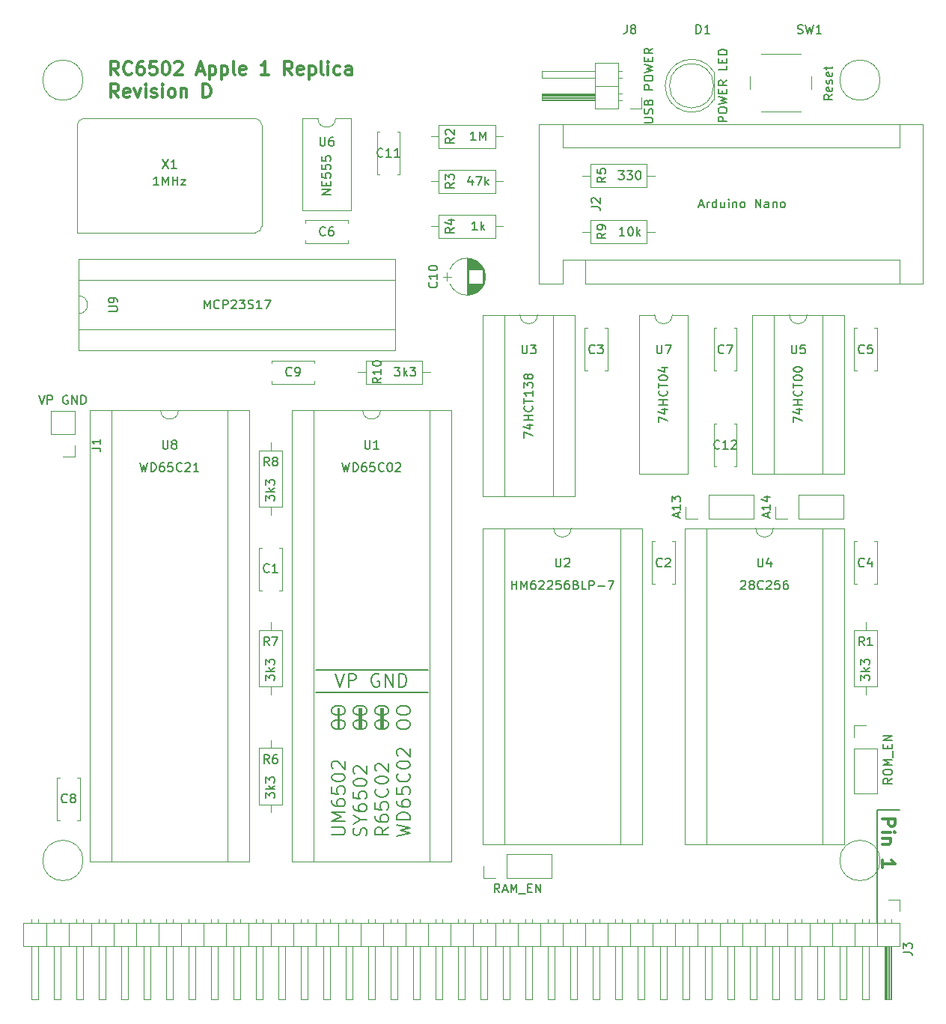
<source format=gto>
G04 #@! TF.FileFunction,Legend,Top*
%FSLAX46Y46*%
G04 Gerber Fmt 4.6, Leading zero omitted, Abs format (unit mm)*
G04 Created by KiCad (PCBNEW 4.0.7) date 01/13/19 15:56:07*
%MOMM*%
%LPD*%
G01*
G04 APERTURE LIST*
%ADD10C,0.100000*%
%ADD11C,0.200000*%
%ADD12C,0.300000*%
%ADD13C,0.150000*%
%ADD14C,0.120000*%
G04 APERTURE END LIST*
D10*
D11*
X149225000Y-110490000D02*
X161925000Y-110490000D01*
X149225000Y-113030000D02*
X161925000Y-113030000D01*
X154432000Y-117221000D02*
X154432000Y-114808000D01*
X156845000Y-117221000D02*
X156845000Y-114808000D01*
X156591000Y-115316000D02*
X156718000Y-115316000D01*
X156591000Y-117221000D02*
X156591000Y-114808000D01*
X156718000Y-117221000D02*
X156718000Y-114808000D01*
X154178000Y-114808000D02*
X154178000Y-117221000D01*
X154305000Y-117221000D02*
X154305000Y-114808000D01*
X151765000Y-114808000D02*
X151765000Y-117221000D01*
X151892000Y-114808000D02*
X151892000Y-117221000D01*
X151467857Y-110938571D02*
X151967857Y-112438571D01*
X152467857Y-110938571D01*
X152967857Y-112438571D02*
X152967857Y-110938571D01*
X153539285Y-110938571D01*
X153682143Y-111010000D01*
X153753571Y-111081429D01*
X153825000Y-111224286D01*
X153825000Y-111438571D01*
X153753571Y-111581429D01*
X153682143Y-111652857D01*
X153539285Y-111724286D01*
X152967857Y-111724286D01*
X156396428Y-111010000D02*
X156253571Y-110938571D01*
X156039285Y-110938571D01*
X155825000Y-111010000D01*
X155682142Y-111152857D01*
X155610714Y-111295714D01*
X155539285Y-111581429D01*
X155539285Y-111795714D01*
X155610714Y-112081429D01*
X155682142Y-112224286D01*
X155825000Y-112367143D01*
X156039285Y-112438571D01*
X156182142Y-112438571D01*
X156396428Y-112367143D01*
X156467857Y-112295714D01*
X156467857Y-111795714D01*
X156182142Y-111795714D01*
X157110714Y-112438571D02*
X157110714Y-110938571D01*
X157967857Y-112438571D01*
X157967857Y-110938571D01*
X158682143Y-112438571D02*
X158682143Y-110938571D01*
X159039286Y-110938571D01*
X159253571Y-111010000D01*
X159396429Y-111152857D01*
X159467857Y-111295714D01*
X159539286Y-111581429D01*
X159539286Y-111795714D01*
X159467857Y-112081429D01*
X159396429Y-112224286D01*
X159253571Y-112367143D01*
X159039286Y-112438571D01*
X158682143Y-112438571D01*
X151078571Y-116832143D02*
X151078571Y-116546429D01*
X151150000Y-116403571D01*
X151292857Y-116260714D01*
X151578571Y-116189286D01*
X152078571Y-116189286D01*
X152364286Y-116260714D01*
X152507143Y-116403571D01*
X152578571Y-116546429D01*
X152578571Y-116832143D01*
X152507143Y-116975000D01*
X152364286Y-117117857D01*
X152078571Y-117189286D01*
X151578571Y-117189286D01*
X151292857Y-117117857D01*
X151150000Y-116975000D01*
X151078571Y-116832143D01*
X151078571Y-115260714D02*
X151078571Y-114975000D01*
X151150000Y-114832142D01*
X151292857Y-114689285D01*
X151578571Y-114617857D01*
X152078571Y-114617857D01*
X152364286Y-114689285D01*
X152507143Y-114832142D01*
X152578571Y-114975000D01*
X152578571Y-115260714D01*
X152507143Y-115403571D01*
X152364286Y-115546428D01*
X152078571Y-115617857D01*
X151578571Y-115617857D01*
X151292857Y-115546428D01*
X151150000Y-115403571D01*
X151078571Y-115260714D01*
X153528571Y-116832143D02*
X153528571Y-116546429D01*
X153600000Y-116403571D01*
X153742857Y-116260714D01*
X154028571Y-116189286D01*
X154528571Y-116189286D01*
X154814286Y-116260714D01*
X154957143Y-116403571D01*
X155028571Y-116546429D01*
X155028571Y-116832143D01*
X154957143Y-116975000D01*
X154814286Y-117117857D01*
X154528571Y-117189286D01*
X154028571Y-117189286D01*
X153742857Y-117117857D01*
X153600000Y-116975000D01*
X153528571Y-116832143D01*
X153528571Y-115260714D02*
X153528571Y-114975000D01*
X153600000Y-114832142D01*
X153742857Y-114689285D01*
X154028571Y-114617857D01*
X154528571Y-114617857D01*
X154814286Y-114689285D01*
X154957143Y-114832142D01*
X155028571Y-114975000D01*
X155028571Y-115260714D01*
X154957143Y-115403571D01*
X154814286Y-115546428D01*
X154528571Y-115617857D01*
X154028571Y-115617857D01*
X153742857Y-115546428D01*
X153600000Y-115403571D01*
X153528571Y-115260714D01*
X155978571Y-116832143D02*
X155978571Y-116546429D01*
X156050000Y-116403571D01*
X156192857Y-116260714D01*
X156478571Y-116189286D01*
X156978571Y-116189286D01*
X157264286Y-116260714D01*
X157407143Y-116403571D01*
X157478571Y-116546429D01*
X157478571Y-116832143D01*
X157407143Y-116975000D01*
X157264286Y-117117857D01*
X156978571Y-117189286D01*
X156478571Y-117189286D01*
X156192857Y-117117857D01*
X156050000Y-116975000D01*
X155978571Y-116832143D01*
X155978571Y-115260714D02*
X155978571Y-114975000D01*
X156050000Y-114832142D01*
X156192857Y-114689285D01*
X156478571Y-114617857D01*
X156978571Y-114617857D01*
X157264286Y-114689285D01*
X157407143Y-114832142D01*
X157478571Y-114975000D01*
X157478571Y-115260714D01*
X157407143Y-115403571D01*
X157264286Y-115546428D01*
X156978571Y-115617857D01*
X156478571Y-115617857D01*
X156192857Y-115546428D01*
X156050000Y-115403571D01*
X155978571Y-115260714D01*
X158428571Y-116832143D02*
X158428571Y-116546429D01*
X158500000Y-116403571D01*
X158642857Y-116260714D01*
X158928571Y-116189286D01*
X159428571Y-116189286D01*
X159714286Y-116260714D01*
X159857143Y-116403571D01*
X159928571Y-116546429D01*
X159928571Y-116832143D01*
X159857143Y-116975000D01*
X159714286Y-117117857D01*
X159428571Y-117189286D01*
X158928571Y-117189286D01*
X158642857Y-117117857D01*
X158500000Y-116975000D01*
X158428571Y-116832143D01*
X158428571Y-115260714D02*
X158428571Y-114975000D01*
X158500000Y-114832142D01*
X158642857Y-114689285D01*
X158928571Y-114617857D01*
X159428571Y-114617857D01*
X159714286Y-114689285D01*
X159857143Y-114832142D01*
X159928571Y-114975000D01*
X159928571Y-115260714D01*
X159857143Y-115403571D01*
X159714286Y-115546428D01*
X159428571Y-115617857D01*
X158928571Y-115617857D01*
X158642857Y-115546428D01*
X158500000Y-115403571D01*
X158428571Y-115260714D01*
X151078571Y-129182857D02*
X152292857Y-129182857D01*
X152435714Y-129111429D01*
X152507143Y-129040000D01*
X152578571Y-128897143D01*
X152578571Y-128611429D01*
X152507143Y-128468571D01*
X152435714Y-128397143D01*
X152292857Y-128325714D01*
X151078571Y-128325714D01*
X152578571Y-127611428D02*
X151078571Y-127611428D01*
X152150000Y-127111428D01*
X151078571Y-126611428D01*
X152578571Y-126611428D01*
X151078571Y-125254285D02*
X151078571Y-125539999D01*
X151150000Y-125682856D01*
X151221429Y-125754285D01*
X151435714Y-125897142D01*
X151721429Y-125968571D01*
X152292857Y-125968571D01*
X152435714Y-125897142D01*
X152507143Y-125825714D01*
X152578571Y-125682856D01*
X152578571Y-125397142D01*
X152507143Y-125254285D01*
X152435714Y-125182856D01*
X152292857Y-125111428D01*
X151935714Y-125111428D01*
X151792857Y-125182856D01*
X151721429Y-125254285D01*
X151650000Y-125397142D01*
X151650000Y-125682856D01*
X151721429Y-125825714D01*
X151792857Y-125897142D01*
X151935714Y-125968571D01*
X151078571Y-123754285D02*
X151078571Y-124468571D01*
X151792857Y-124540000D01*
X151721429Y-124468571D01*
X151650000Y-124325714D01*
X151650000Y-123968571D01*
X151721429Y-123825714D01*
X151792857Y-123754285D01*
X151935714Y-123682857D01*
X152292857Y-123682857D01*
X152435714Y-123754285D01*
X152507143Y-123825714D01*
X152578571Y-123968571D01*
X152578571Y-124325714D01*
X152507143Y-124468571D01*
X152435714Y-124540000D01*
X151078571Y-122754286D02*
X151078571Y-122611429D01*
X151150000Y-122468572D01*
X151221429Y-122397143D01*
X151364286Y-122325714D01*
X151650000Y-122254286D01*
X152007143Y-122254286D01*
X152292857Y-122325714D01*
X152435714Y-122397143D01*
X152507143Y-122468572D01*
X152578571Y-122611429D01*
X152578571Y-122754286D01*
X152507143Y-122897143D01*
X152435714Y-122968572D01*
X152292857Y-123040000D01*
X152007143Y-123111429D01*
X151650000Y-123111429D01*
X151364286Y-123040000D01*
X151221429Y-122968572D01*
X151150000Y-122897143D01*
X151078571Y-122754286D01*
X151221429Y-121682858D02*
X151150000Y-121611429D01*
X151078571Y-121468572D01*
X151078571Y-121111429D01*
X151150000Y-120968572D01*
X151221429Y-120897143D01*
X151364286Y-120825715D01*
X151507143Y-120825715D01*
X151721429Y-120897143D01*
X152578571Y-121754286D01*
X152578571Y-120825715D01*
X154957143Y-129254286D02*
X155028571Y-129040000D01*
X155028571Y-128682857D01*
X154957143Y-128540000D01*
X154885714Y-128468571D01*
X154742857Y-128397143D01*
X154600000Y-128397143D01*
X154457143Y-128468571D01*
X154385714Y-128540000D01*
X154314286Y-128682857D01*
X154242857Y-128968571D01*
X154171429Y-129111429D01*
X154100000Y-129182857D01*
X153957143Y-129254286D01*
X153814286Y-129254286D01*
X153671429Y-129182857D01*
X153600000Y-129111429D01*
X153528571Y-128968571D01*
X153528571Y-128611429D01*
X153600000Y-128397143D01*
X154314286Y-127468572D02*
X155028571Y-127468572D01*
X153528571Y-127968572D02*
X154314286Y-127468572D01*
X153528571Y-126968572D01*
X153528571Y-125825715D02*
X153528571Y-126111429D01*
X153600000Y-126254286D01*
X153671429Y-126325715D01*
X153885714Y-126468572D01*
X154171429Y-126540001D01*
X154742857Y-126540001D01*
X154885714Y-126468572D01*
X154957143Y-126397144D01*
X155028571Y-126254286D01*
X155028571Y-125968572D01*
X154957143Y-125825715D01*
X154885714Y-125754286D01*
X154742857Y-125682858D01*
X154385714Y-125682858D01*
X154242857Y-125754286D01*
X154171429Y-125825715D01*
X154100000Y-125968572D01*
X154100000Y-126254286D01*
X154171429Y-126397144D01*
X154242857Y-126468572D01*
X154385714Y-126540001D01*
X153528571Y-124325715D02*
X153528571Y-125040001D01*
X154242857Y-125111430D01*
X154171429Y-125040001D01*
X154100000Y-124897144D01*
X154100000Y-124540001D01*
X154171429Y-124397144D01*
X154242857Y-124325715D01*
X154385714Y-124254287D01*
X154742857Y-124254287D01*
X154885714Y-124325715D01*
X154957143Y-124397144D01*
X155028571Y-124540001D01*
X155028571Y-124897144D01*
X154957143Y-125040001D01*
X154885714Y-125111430D01*
X153528571Y-123325716D02*
X153528571Y-123182859D01*
X153600000Y-123040002D01*
X153671429Y-122968573D01*
X153814286Y-122897144D01*
X154100000Y-122825716D01*
X154457143Y-122825716D01*
X154742857Y-122897144D01*
X154885714Y-122968573D01*
X154957143Y-123040002D01*
X155028571Y-123182859D01*
X155028571Y-123325716D01*
X154957143Y-123468573D01*
X154885714Y-123540002D01*
X154742857Y-123611430D01*
X154457143Y-123682859D01*
X154100000Y-123682859D01*
X153814286Y-123611430D01*
X153671429Y-123540002D01*
X153600000Y-123468573D01*
X153528571Y-123325716D01*
X153671429Y-122254288D02*
X153600000Y-122182859D01*
X153528571Y-122040002D01*
X153528571Y-121682859D01*
X153600000Y-121540002D01*
X153671429Y-121468573D01*
X153814286Y-121397145D01*
X153957143Y-121397145D01*
X154171429Y-121468573D01*
X155028571Y-122325716D01*
X155028571Y-121397145D01*
X157478571Y-128325714D02*
X156764286Y-128825714D01*
X157478571Y-129182857D02*
X155978571Y-129182857D01*
X155978571Y-128611429D01*
X156050000Y-128468571D01*
X156121429Y-128397143D01*
X156264286Y-128325714D01*
X156478571Y-128325714D01*
X156621429Y-128397143D01*
X156692857Y-128468571D01*
X156764286Y-128611429D01*
X156764286Y-129182857D01*
X155978571Y-127040000D02*
X155978571Y-127325714D01*
X156050000Y-127468571D01*
X156121429Y-127540000D01*
X156335714Y-127682857D01*
X156621429Y-127754286D01*
X157192857Y-127754286D01*
X157335714Y-127682857D01*
X157407143Y-127611429D01*
X157478571Y-127468571D01*
X157478571Y-127182857D01*
X157407143Y-127040000D01*
X157335714Y-126968571D01*
X157192857Y-126897143D01*
X156835714Y-126897143D01*
X156692857Y-126968571D01*
X156621429Y-127040000D01*
X156550000Y-127182857D01*
X156550000Y-127468571D01*
X156621429Y-127611429D01*
X156692857Y-127682857D01*
X156835714Y-127754286D01*
X155978571Y-125540000D02*
X155978571Y-126254286D01*
X156692857Y-126325715D01*
X156621429Y-126254286D01*
X156550000Y-126111429D01*
X156550000Y-125754286D01*
X156621429Y-125611429D01*
X156692857Y-125540000D01*
X156835714Y-125468572D01*
X157192857Y-125468572D01*
X157335714Y-125540000D01*
X157407143Y-125611429D01*
X157478571Y-125754286D01*
X157478571Y-126111429D01*
X157407143Y-126254286D01*
X157335714Y-126325715D01*
X157335714Y-123968572D02*
X157407143Y-124040001D01*
X157478571Y-124254287D01*
X157478571Y-124397144D01*
X157407143Y-124611429D01*
X157264286Y-124754287D01*
X157121429Y-124825715D01*
X156835714Y-124897144D01*
X156621429Y-124897144D01*
X156335714Y-124825715D01*
X156192857Y-124754287D01*
X156050000Y-124611429D01*
X155978571Y-124397144D01*
X155978571Y-124254287D01*
X156050000Y-124040001D01*
X156121429Y-123968572D01*
X155978571Y-123040001D02*
X155978571Y-122897144D01*
X156050000Y-122754287D01*
X156121429Y-122682858D01*
X156264286Y-122611429D01*
X156550000Y-122540001D01*
X156907143Y-122540001D01*
X157192857Y-122611429D01*
X157335714Y-122682858D01*
X157407143Y-122754287D01*
X157478571Y-122897144D01*
X157478571Y-123040001D01*
X157407143Y-123182858D01*
X157335714Y-123254287D01*
X157192857Y-123325715D01*
X156907143Y-123397144D01*
X156550000Y-123397144D01*
X156264286Y-123325715D01*
X156121429Y-123254287D01*
X156050000Y-123182858D01*
X155978571Y-123040001D01*
X156121429Y-121968573D02*
X156050000Y-121897144D01*
X155978571Y-121754287D01*
X155978571Y-121397144D01*
X156050000Y-121254287D01*
X156121429Y-121182858D01*
X156264286Y-121111430D01*
X156407143Y-121111430D01*
X156621429Y-121182858D01*
X157478571Y-122040001D01*
X157478571Y-121111430D01*
X158428571Y-129325714D02*
X159928571Y-128968571D01*
X158857143Y-128682857D01*
X159928571Y-128397143D01*
X158428571Y-128040000D01*
X159928571Y-127468571D02*
X158428571Y-127468571D01*
X158428571Y-127111428D01*
X158500000Y-126897143D01*
X158642857Y-126754285D01*
X158785714Y-126682857D01*
X159071429Y-126611428D01*
X159285714Y-126611428D01*
X159571429Y-126682857D01*
X159714286Y-126754285D01*
X159857143Y-126897143D01*
X159928571Y-127111428D01*
X159928571Y-127468571D01*
X158428571Y-125325714D02*
X158428571Y-125611428D01*
X158500000Y-125754285D01*
X158571429Y-125825714D01*
X158785714Y-125968571D01*
X159071429Y-126040000D01*
X159642857Y-126040000D01*
X159785714Y-125968571D01*
X159857143Y-125897143D01*
X159928571Y-125754285D01*
X159928571Y-125468571D01*
X159857143Y-125325714D01*
X159785714Y-125254285D01*
X159642857Y-125182857D01*
X159285714Y-125182857D01*
X159142857Y-125254285D01*
X159071429Y-125325714D01*
X159000000Y-125468571D01*
X159000000Y-125754285D01*
X159071429Y-125897143D01*
X159142857Y-125968571D01*
X159285714Y-126040000D01*
X158428571Y-123825714D02*
X158428571Y-124540000D01*
X159142857Y-124611429D01*
X159071429Y-124540000D01*
X159000000Y-124397143D01*
X159000000Y-124040000D01*
X159071429Y-123897143D01*
X159142857Y-123825714D01*
X159285714Y-123754286D01*
X159642857Y-123754286D01*
X159785714Y-123825714D01*
X159857143Y-123897143D01*
X159928571Y-124040000D01*
X159928571Y-124397143D01*
X159857143Y-124540000D01*
X159785714Y-124611429D01*
X159785714Y-122254286D02*
X159857143Y-122325715D01*
X159928571Y-122540001D01*
X159928571Y-122682858D01*
X159857143Y-122897143D01*
X159714286Y-123040001D01*
X159571429Y-123111429D01*
X159285714Y-123182858D01*
X159071429Y-123182858D01*
X158785714Y-123111429D01*
X158642857Y-123040001D01*
X158500000Y-122897143D01*
X158428571Y-122682858D01*
X158428571Y-122540001D01*
X158500000Y-122325715D01*
X158571429Y-122254286D01*
X158428571Y-121325715D02*
X158428571Y-121182858D01*
X158500000Y-121040001D01*
X158571429Y-120968572D01*
X158714286Y-120897143D01*
X159000000Y-120825715D01*
X159357143Y-120825715D01*
X159642857Y-120897143D01*
X159785714Y-120968572D01*
X159857143Y-121040001D01*
X159928571Y-121182858D01*
X159928571Y-121325715D01*
X159857143Y-121468572D01*
X159785714Y-121540001D01*
X159642857Y-121611429D01*
X159357143Y-121682858D01*
X159000000Y-121682858D01*
X158714286Y-121611429D01*
X158571429Y-121540001D01*
X158500000Y-121468572D01*
X158428571Y-121325715D01*
X158571429Y-120254287D02*
X158500000Y-120182858D01*
X158428571Y-120040001D01*
X158428571Y-119682858D01*
X158500000Y-119540001D01*
X158571429Y-119468572D01*
X158714286Y-119397144D01*
X158857143Y-119397144D01*
X159071429Y-119468572D01*
X159928571Y-120325715D01*
X159928571Y-119397144D01*
D12*
X213316429Y-127357143D02*
X214816429Y-127357143D01*
X214816429Y-127928571D01*
X214745000Y-128071429D01*
X214673571Y-128142857D01*
X214530714Y-128214286D01*
X214316429Y-128214286D01*
X214173571Y-128142857D01*
X214102143Y-128071429D01*
X214030714Y-127928571D01*
X214030714Y-127357143D01*
X213316429Y-128857143D02*
X214316429Y-128857143D01*
X214816429Y-128857143D02*
X214745000Y-128785714D01*
X214673571Y-128857143D01*
X214745000Y-128928571D01*
X214816429Y-128857143D01*
X214673571Y-128857143D01*
X214316429Y-129571429D02*
X213316429Y-129571429D01*
X214173571Y-129571429D02*
X214245000Y-129642857D01*
X214316429Y-129785715D01*
X214316429Y-130000000D01*
X214245000Y-130142857D01*
X214102143Y-130214286D01*
X213316429Y-130214286D01*
X213316429Y-132857143D02*
X213316429Y-132000000D01*
X213316429Y-132428572D02*
X214816429Y-132428572D01*
X214602143Y-132285715D01*
X214459286Y-132142857D01*
X214387857Y-132000000D01*
D11*
X212725000Y-126365000D02*
X215265000Y-126365000D01*
X212725000Y-139065000D02*
X212725000Y-126365000D01*
D13*
X186396381Y-48640476D02*
X187205905Y-48640476D01*
X187301143Y-48592857D01*
X187348762Y-48545238D01*
X187396381Y-48450000D01*
X187396381Y-48259523D01*
X187348762Y-48164285D01*
X187301143Y-48116666D01*
X187205905Y-48069047D01*
X186396381Y-48069047D01*
X187348762Y-47640476D02*
X187396381Y-47497619D01*
X187396381Y-47259523D01*
X187348762Y-47164285D01*
X187301143Y-47116666D01*
X187205905Y-47069047D01*
X187110667Y-47069047D01*
X187015429Y-47116666D01*
X186967810Y-47164285D01*
X186920190Y-47259523D01*
X186872571Y-47450000D01*
X186824952Y-47545238D01*
X186777333Y-47592857D01*
X186682095Y-47640476D01*
X186586857Y-47640476D01*
X186491619Y-47592857D01*
X186444000Y-47545238D01*
X186396381Y-47450000D01*
X186396381Y-47211904D01*
X186444000Y-47069047D01*
X186872571Y-46307142D02*
X186920190Y-46164285D01*
X186967810Y-46116666D01*
X187063048Y-46069047D01*
X187205905Y-46069047D01*
X187301143Y-46116666D01*
X187348762Y-46164285D01*
X187396381Y-46259523D01*
X187396381Y-46640476D01*
X186396381Y-46640476D01*
X186396381Y-46307142D01*
X186444000Y-46211904D01*
X186491619Y-46164285D01*
X186586857Y-46116666D01*
X186682095Y-46116666D01*
X186777333Y-46164285D01*
X186824952Y-46211904D01*
X186872571Y-46307142D01*
X186872571Y-46640476D01*
X187396381Y-44878571D02*
X186396381Y-44878571D01*
X186396381Y-44497618D01*
X186444000Y-44402380D01*
X186491619Y-44354761D01*
X186586857Y-44307142D01*
X186729714Y-44307142D01*
X186824952Y-44354761D01*
X186872571Y-44402380D01*
X186920190Y-44497618D01*
X186920190Y-44878571D01*
X186396381Y-43688095D02*
X186396381Y-43497618D01*
X186444000Y-43402380D01*
X186539238Y-43307142D01*
X186729714Y-43259523D01*
X187063048Y-43259523D01*
X187253524Y-43307142D01*
X187348762Y-43402380D01*
X187396381Y-43497618D01*
X187396381Y-43688095D01*
X187348762Y-43783333D01*
X187253524Y-43878571D01*
X187063048Y-43926190D01*
X186729714Y-43926190D01*
X186539238Y-43878571D01*
X186444000Y-43783333D01*
X186396381Y-43688095D01*
X186396381Y-42926190D02*
X187396381Y-42688095D01*
X186682095Y-42497618D01*
X187396381Y-42307142D01*
X186396381Y-42069047D01*
X186872571Y-41688095D02*
X186872571Y-41354761D01*
X187396381Y-41211904D02*
X187396381Y-41688095D01*
X186396381Y-41688095D01*
X186396381Y-41211904D01*
X187396381Y-40211904D02*
X186920190Y-40545238D01*
X187396381Y-40783333D02*
X186396381Y-40783333D01*
X186396381Y-40402380D01*
X186444000Y-40307142D01*
X186491619Y-40259523D01*
X186586857Y-40211904D01*
X186729714Y-40211904D01*
X186824952Y-40259523D01*
X186872571Y-40307142D01*
X186920190Y-40402380D01*
X186920190Y-40783333D01*
X195778381Y-48497619D02*
X194778381Y-48497619D01*
X194778381Y-48116666D01*
X194826000Y-48021428D01*
X194873619Y-47973809D01*
X194968857Y-47926190D01*
X195111714Y-47926190D01*
X195206952Y-47973809D01*
X195254571Y-48021428D01*
X195302190Y-48116666D01*
X195302190Y-48497619D01*
X194778381Y-47307143D02*
X194778381Y-47116666D01*
X194826000Y-47021428D01*
X194921238Y-46926190D01*
X195111714Y-46878571D01*
X195445048Y-46878571D01*
X195635524Y-46926190D01*
X195730762Y-47021428D01*
X195778381Y-47116666D01*
X195778381Y-47307143D01*
X195730762Y-47402381D01*
X195635524Y-47497619D01*
X195445048Y-47545238D01*
X195111714Y-47545238D01*
X194921238Y-47497619D01*
X194826000Y-47402381D01*
X194778381Y-47307143D01*
X194778381Y-46545238D02*
X195778381Y-46307143D01*
X195064095Y-46116666D01*
X195778381Y-45926190D01*
X194778381Y-45688095D01*
X195254571Y-45307143D02*
X195254571Y-44973809D01*
X195778381Y-44830952D02*
X195778381Y-45307143D01*
X194778381Y-45307143D01*
X194778381Y-44830952D01*
X195778381Y-43830952D02*
X195302190Y-44164286D01*
X195778381Y-44402381D02*
X194778381Y-44402381D01*
X194778381Y-44021428D01*
X194826000Y-43926190D01*
X194873619Y-43878571D01*
X194968857Y-43830952D01*
X195111714Y-43830952D01*
X195206952Y-43878571D01*
X195254571Y-43926190D01*
X195302190Y-44021428D01*
X195302190Y-44402381D01*
X195778381Y-42164285D02*
X195778381Y-42640476D01*
X194778381Y-42640476D01*
X195254571Y-41830952D02*
X195254571Y-41497618D01*
X195778381Y-41354761D02*
X195778381Y-41830952D01*
X194778381Y-41830952D01*
X194778381Y-41354761D01*
X195778381Y-40926190D02*
X194778381Y-40926190D01*
X194778381Y-40688095D01*
X194826000Y-40545237D01*
X194921238Y-40449999D01*
X195016476Y-40402380D01*
X195206952Y-40354761D01*
X195349810Y-40354761D01*
X195540286Y-40402380D01*
X195635524Y-40449999D01*
X195730762Y-40545237D01*
X195778381Y-40688095D01*
X195778381Y-40926190D01*
X207716381Y-45434095D02*
X207240190Y-45767429D01*
X207716381Y-46005524D02*
X206716381Y-46005524D01*
X206716381Y-45624571D01*
X206764000Y-45529333D01*
X206811619Y-45481714D01*
X206906857Y-45434095D01*
X207049714Y-45434095D01*
X207144952Y-45481714D01*
X207192571Y-45529333D01*
X207240190Y-45624571D01*
X207240190Y-46005524D01*
X207668762Y-44624571D02*
X207716381Y-44719809D01*
X207716381Y-44910286D01*
X207668762Y-45005524D01*
X207573524Y-45053143D01*
X207192571Y-45053143D01*
X207097333Y-45005524D01*
X207049714Y-44910286D01*
X207049714Y-44719809D01*
X207097333Y-44624571D01*
X207192571Y-44576952D01*
X207287810Y-44576952D01*
X207383048Y-45053143D01*
X207668762Y-44196000D02*
X207716381Y-44100762D01*
X207716381Y-43910286D01*
X207668762Y-43815047D01*
X207573524Y-43767428D01*
X207525905Y-43767428D01*
X207430667Y-43815047D01*
X207383048Y-43910286D01*
X207383048Y-44053143D01*
X207335429Y-44148381D01*
X207240190Y-44196000D01*
X207192571Y-44196000D01*
X207097333Y-44148381D01*
X207049714Y-44053143D01*
X207049714Y-43910286D01*
X207097333Y-43815047D01*
X207668762Y-42957904D02*
X207716381Y-43053142D01*
X207716381Y-43243619D01*
X207668762Y-43338857D01*
X207573524Y-43386476D01*
X207192571Y-43386476D01*
X207097333Y-43338857D01*
X207049714Y-43243619D01*
X207049714Y-43053142D01*
X207097333Y-42957904D01*
X207192571Y-42910285D01*
X207287810Y-42910285D01*
X207383048Y-43386476D01*
X207049714Y-42624571D02*
X207049714Y-42243619D01*
X206716381Y-42481714D02*
X207573524Y-42481714D01*
X207668762Y-42434095D01*
X207716381Y-42338857D01*
X207716381Y-42243619D01*
D12*
X126944286Y-43218571D02*
X126444286Y-42504286D01*
X126087143Y-43218571D02*
X126087143Y-41718571D01*
X126658571Y-41718571D01*
X126801429Y-41790000D01*
X126872857Y-41861429D01*
X126944286Y-42004286D01*
X126944286Y-42218571D01*
X126872857Y-42361429D01*
X126801429Y-42432857D01*
X126658571Y-42504286D01*
X126087143Y-42504286D01*
X128444286Y-43075714D02*
X128372857Y-43147143D01*
X128158571Y-43218571D01*
X128015714Y-43218571D01*
X127801429Y-43147143D01*
X127658571Y-43004286D01*
X127587143Y-42861429D01*
X127515714Y-42575714D01*
X127515714Y-42361429D01*
X127587143Y-42075714D01*
X127658571Y-41932857D01*
X127801429Y-41790000D01*
X128015714Y-41718571D01*
X128158571Y-41718571D01*
X128372857Y-41790000D01*
X128444286Y-41861429D01*
X129730000Y-41718571D02*
X129444286Y-41718571D01*
X129301429Y-41790000D01*
X129230000Y-41861429D01*
X129087143Y-42075714D01*
X129015714Y-42361429D01*
X129015714Y-42932857D01*
X129087143Y-43075714D01*
X129158571Y-43147143D01*
X129301429Y-43218571D01*
X129587143Y-43218571D01*
X129730000Y-43147143D01*
X129801429Y-43075714D01*
X129872857Y-42932857D01*
X129872857Y-42575714D01*
X129801429Y-42432857D01*
X129730000Y-42361429D01*
X129587143Y-42290000D01*
X129301429Y-42290000D01*
X129158571Y-42361429D01*
X129087143Y-42432857D01*
X129015714Y-42575714D01*
X131230000Y-41718571D02*
X130515714Y-41718571D01*
X130444285Y-42432857D01*
X130515714Y-42361429D01*
X130658571Y-42290000D01*
X131015714Y-42290000D01*
X131158571Y-42361429D01*
X131230000Y-42432857D01*
X131301428Y-42575714D01*
X131301428Y-42932857D01*
X131230000Y-43075714D01*
X131158571Y-43147143D01*
X131015714Y-43218571D01*
X130658571Y-43218571D01*
X130515714Y-43147143D01*
X130444285Y-43075714D01*
X132229999Y-41718571D02*
X132372856Y-41718571D01*
X132515713Y-41790000D01*
X132587142Y-41861429D01*
X132658571Y-42004286D01*
X132729999Y-42290000D01*
X132729999Y-42647143D01*
X132658571Y-42932857D01*
X132587142Y-43075714D01*
X132515713Y-43147143D01*
X132372856Y-43218571D01*
X132229999Y-43218571D01*
X132087142Y-43147143D01*
X132015713Y-43075714D01*
X131944285Y-42932857D01*
X131872856Y-42647143D01*
X131872856Y-42290000D01*
X131944285Y-42004286D01*
X132015713Y-41861429D01*
X132087142Y-41790000D01*
X132229999Y-41718571D01*
X133301427Y-41861429D02*
X133372856Y-41790000D01*
X133515713Y-41718571D01*
X133872856Y-41718571D01*
X134015713Y-41790000D01*
X134087142Y-41861429D01*
X134158570Y-42004286D01*
X134158570Y-42147143D01*
X134087142Y-42361429D01*
X133229999Y-43218571D01*
X134158570Y-43218571D01*
X135872855Y-42790000D02*
X136587141Y-42790000D01*
X135729998Y-43218571D02*
X136229998Y-41718571D01*
X136729998Y-43218571D01*
X137229998Y-42218571D02*
X137229998Y-43718571D01*
X137229998Y-42290000D02*
X137372855Y-42218571D01*
X137658569Y-42218571D01*
X137801426Y-42290000D01*
X137872855Y-42361429D01*
X137944284Y-42504286D01*
X137944284Y-42932857D01*
X137872855Y-43075714D01*
X137801426Y-43147143D01*
X137658569Y-43218571D01*
X137372855Y-43218571D01*
X137229998Y-43147143D01*
X138587141Y-42218571D02*
X138587141Y-43718571D01*
X138587141Y-42290000D02*
X138729998Y-42218571D01*
X139015712Y-42218571D01*
X139158569Y-42290000D01*
X139229998Y-42361429D01*
X139301427Y-42504286D01*
X139301427Y-42932857D01*
X139229998Y-43075714D01*
X139158569Y-43147143D01*
X139015712Y-43218571D01*
X138729998Y-43218571D01*
X138587141Y-43147143D01*
X140158570Y-43218571D02*
X140015712Y-43147143D01*
X139944284Y-43004286D01*
X139944284Y-41718571D01*
X141301426Y-43147143D02*
X141158569Y-43218571D01*
X140872855Y-43218571D01*
X140729998Y-43147143D01*
X140658569Y-43004286D01*
X140658569Y-42432857D01*
X140729998Y-42290000D01*
X140872855Y-42218571D01*
X141158569Y-42218571D01*
X141301426Y-42290000D01*
X141372855Y-42432857D01*
X141372855Y-42575714D01*
X140658569Y-42718571D01*
X143944283Y-43218571D02*
X143087140Y-43218571D01*
X143515712Y-43218571D02*
X143515712Y-41718571D01*
X143372855Y-41932857D01*
X143229997Y-42075714D01*
X143087140Y-42147143D01*
X146587140Y-43218571D02*
X146087140Y-42504286D01*
X145729997Y-43218571D02*
X145729997Y-41718571D01*
X146301425Y-41718571D01*
X146444283Y-41790000D01*
X146515711Y-41861429D01*
X146587140Y-42004286D01*
X146587140Y-42218571D01*
X146515711Y-42361429D01*
X146444283Y-42432857D01*
X146301425Y-42504286D01*
X145729997Y-42504286D01*
X147801425Y-43147143D02*
X147658568Y-43218571D01*
X147372854Y-43218571D01*
X147229997Y-43147143D01*
X147158568Y-43004286D01*
X147158568Y-42432857D01*
X147229997Y-42290000D01*
X147372854Y-42218571D01*
X147658568Y-42218571D01*
X147801425Y-42290000D01*
X147872854Y-42432857D01*
X147872854Y-42575714D01*
X147158568Y-42718571D01*
X148515711Y-42218571D02*
X148515711Y-43718571D01*
X148515711Y-42290000D02*
X148658568Y-42218571D01*
X148944282Y-42218571D01*
X149087139Y-42290000D01*
X149158568Y-42361429D01*
X149229997Y-42504286D01*
X149229997Y-42932857D01*
X149158568Y-43075714D01*
X149087139Y-43147143D01*
X148944282Y-43218571D01*
X148658568Y-43218571D01*
X148515711Y-43147143D01*
X150087140Y-43218571D02*
X149944282Y-43147143D01*
X149872854Y-43004286D01*
X149872854Y-41718571D01*
X150658568Y-43218571D02*
X150658568Y-42218571D01*
X150658568Y-41718571D02*
X150587139Y-41790000D01*
X150658568Y-41861429D01*
X150729996Y-41790000D01*
X150658568Y-41718571D01*
X150658568Y-41861429D01*
X152015711Y-43147143D02*
X151872854Y-43218571D01*
X151587140Y-43218571D01*
X151444282Y-43147143D01*
X151372854Y-43075714D01*
X151301425Y-42932857D01*
X151301425Y-42504286D01*
X151372854Y-42361429D01*
X151444282Y-42290000D01*
X151587140Y-42218571D01*
X151872854Y-42218571D01*
X152015711Y-42290000D01*
X153301425Y-43218571D02*
X153301425Y-42432857D01*
X153229996Y-42290000D01*
X153087139Y-42218571D01*
X152801425Y-42218571D01*
X152658568Y-42290000D01*
X153301425Y-43147143D02*
X153158568Y-43218571D01*
X152801425Y-43218571D01*
X152658568Y-43147143D01*
X152587139Y-43004286D01*
X152587139Y-42861429D01*
X152658568Y-42718571D01*
X152801425Y-42647143D01*
X153158568Y-42647143D01*
X153301425Y-42575714D01*
X126944286Y-45768571D02*
X126444286Y-45054286D01*
X126087143Y-45768571D02*
X126087143Y-44268571D01*
X126658571Y-44268571D01*
X126801429Y-44340000D01*
X126872857Y-44411429D01*
X126944286Y-44554286D01*
X126944286Y-44768571D01*
X126872857Y-44911429D01*
X126801429Y-44982857D01*
X126658571Y-45054286D01*
X126087143Y-45054286D01*
X128158571Y-45697143D02*
X128015714Y-45768571D01*
X127730000Y-45768571D01*
X127587143Y-45697143D01*
X127515714Y-45554286D01*
X127515714Y-44982857D01*
X127587143Y-44840000D01*
X127730000Y-44768571D01*
X128015714Y-44768571D01*
X128158571Y-44840000D01*
X128230000Y-44982857D01*
X128230000Y-45125714D01*
X127515714Y-45268571D01*
X128730000Y-44768571D02*
X129087143Y-45768571D01*
X129444285Y-44768571D01*
X130015714Y-45768571D02*
X130015714Y-44768571D01*
X130015714Y-44268571D02*
X129944285Y-44340000D01*
X130015714Y-44411429D01*
X130087142Y-44340000D01*
X130015714Y-44268571D01*
X130015714Y-44411429D01*
X130658571Y-45697143D02*
X130801428Y-45768571D01*
X131087143Y-45768571D01*
X131230000Y-45697143D01*
X131301428Y-45554286D01*
X131301428Y-45482857D01*
X131230000Y-45340000D01*
X131087143Y-45268571D01*
X130872857Y-45268571D01*
X130730000Y-45197143D01*
X130658571Y-45054286D01*
X130658571Y-44982857D01*
X130730000Y-44840000D01*
X130872857Y-44768571D01*
X131087143Y-44768571D01*
X131230000Y-44840000D01*
X131944286Y-45768571D02*
X131944286Y-44768571D01*
X131944286Y-44268571D02*
X131872857Y-44340000D01*
X131944286Y-44411429D01*
X132015714Y-44340000D01*
X131944286Y-44268571D01*
X131944286Y-44411429D01*
X132872858Y-45768571D02*
X132730000Y-45697143D01*
X132658572Y-45625714D01*
X132587143Y-45482857D01*
X132587143Y-45054286D01*
X132658572Y-44911429D01*
X132730000Y-44840000D01*
X132872858Y-44768571D01*
X133087143Y-44768571D01*
X133230000Y-44840000D01*
X133301429Y-44911429D01*
X133372858Y-45054286D01*
X133372858Y-45482857D01*
X133301429Y-45625714D01*
X133230000Y-45697143D01*
X133087143Y-45768571D01*
X132872858Y-45768571D01*
X134015715Y-44768571D02*
X134015715Y-45768571D01*
X134015715Y-44911429D02*
X134087143Y-44840000D01*
X134230001Y-44768571D01*
X134444286Y-44768571D01*
X134587143Y-44840000D01*
X134658572Y-44982857D01*
X134658572Y-45768571D01*
X136515715Y-45768571D02*
X136515715Y-44268571D01*
X136872858Y-44268571D01*
X137087143Y-44340000D01*
X137230001Y-44482857D01*
X137301429Y-44625714D01*
X137372858Y-44911429D01*
X137372858Y-45125714D01*
X137301429Y-45411429D01*
X137230001Y-45554286D01*
X137087143Y-45697143D01*
X136872858Y-45768571D01*
X136515715Y-45768571D01*
D14*
X154575000Y-81160000D02*
X148995000Y-81160000D01*
X148995000Y-81160000D02*
X148995000Y-132200000D01*
X148995000Y-132200000D02*
X162155000Y-132200000D01*
X162155000Y-132200000D02*
X162155000Y-81160000D01*
X162155000Y-81160000D02*
X156575000Y-81160000D01*
X146565000Y-81160000D02*
X146565000Y-132200000D01*
X146565000Y-132200000D02*
X164585000Y-132200000D01*
X164585000Y-132200000D02*
X164585000Y-81160000D01*
X164585000Y-81160000D02*
X146565000Y-81160000D01*
X156575000Y-81160000D02*
G75*
G02X154575000Y-81160000I-1000000J0D01*
G01*
X142835000Y-101510000D02*
X142835000Y-96690000D01*
X145455000Y-101510000D02*
X145455000Y-96690000D01*
X142835000Y-101510000D02*
X143149000Y-101510000D01*
X145141000Y-101510000D02*
X145455000Y-101510000D01*
X142835000Y-96690000D02*
X143149000Y-96690000D01*
X145141000Y-96690000D02*
X145455000Y-96690000D01*
X189905000Y-95975000D02*
X189905000Y-100795000D01*
X187285000Y-95975000D02*
X187285000Y-100795000D01*
X189905000Y-95975000D02*
X189591000Y-95975000D01*
X187599000Y-95975000D02*
X187285000Y-95975000D01*
X189905000Y-100795000D02*
X189591000Y-100795000D01*
X187599000Y-100795000D02*
X187285000Y-100795000D01*
X212765000Y-95975000D02*
X212765000Y-100795000D01*
X210145000Y-95975000D02*
X210145000Y-100795000D01*
X212765000Y-95975000D02*
X212451000Y-95975000D01*
X210459000Y-95975000D02*
X210145000Y-95975000D01*
X212765000Y-100795000D02*
X212451000Y-100795000D01*
X210459000Y-100795000D02*
X210145000Y-100795000D01*
X212765000Y-71845000D02*
X212765000Y-76665000D01*
X210145000Y-71845000D02*
X210145000Y-76665000D01*
X212765000Y-71845000D02*
X212451000Y-71845000D01*
X210459000Y-71845000D02*
X210145000Y-71845000D01*
X212765000Y-76665000D02*
X212451000Y-76665000D01*
X210459000Y-76665000D02*
X210145000Y-76665000D01*
X148045000Y-59650000D02*
X152865000Y-59650000D01*
X148045000Y-62270000D02*
X152865000Y-62270000D01*
X148045000Y-59650000D02*
X148045000Y-59964000D01*
X148045000Y-61956000D02*
X148045000Y-62270000D01*
X152865000Y-59650000D02*
X152865000Y-59964000D01*
X152865000Y-61956000D02*
X152865000Y-62270000D01*
X196890000Y-71845000D02*
X196890000Y-76665000D01*
X194270000Y-71845000D02*
X194270000Y-76665000D01*
X196890000Y-71845000D02*
X196576000Y-71845000D01*
X194584000Y-71845000D02*
X194270000Y-71845000D01*
X196890000Y-76665000D02*
X196576000Y-76665000D01*
X194584000Y-76665000D02*
X194270000Y-76665000D01*
X119975000Y-127545000D02*
X119975000Y-122725000D01*
X122595000Y-127545000D02*
X122595000Y-122725000D01*
X119975000Y-127545000D02*
X120289000Y-127545000D01*
X122281000Y-127545000D02*
X122595000Y-127545000D01*
X119975000Y-122725000D02*
X120289000Y-122725000D01*
X122281000Y-122725000D02*
X122595000Y-122725000D01*
X144235000Y-75525000D02*
X149055000Y-75525000D01*
X144235000Y-78145000D02*
X149055000Y-78145000D01*
X144235000Y-75525000D02*
X144235000Y-75839000D01*
X144235000Y-77831000D02*
X144235000Y-78145000D01*
X149055000Y-75525000D02*
X149055000Y-75839000D01*
X149055000Y-77831000D02*
X149055000Y-78145000D01*
X158790000Y-49620000D02*
X158790000Y-54440000D01*
X156170000Y-49620000D02*
X156170000Y-54440000D01*
X158790000Y-49620000D02*
X158476000Y-49620000D01*
X156484000Y-49620000D02*
X156170000Y-49620000D01*
X158790000Y-54440000D02*
X158476000Y-54440000D01*
X156484000Y-54440000D02*
X156170000Y-54440000D01*
X179705000Y-64135000D02*
X177165000Y-64135000D01*
X177165000Y-64135000D02*
X177165000Y-66805000D01*
X179705000Y-66805000D02*
X217935000Y-66805000D01*
X174495000Y-66805000D02*
X177165000Y-66805000D01*
X177165000Y-51435000D02*
X177165000Y-48765000D01*
X177165000Y-51435000D02*
X215265000Y-51435000D01*
X215265000Y-51435000D02*
X215265000Y-48765000D01*
X179705000Y-64135000D02*
X179705000Y-66805000D01*
X179705000Y-64135000D02*
X215265000Y-64135000D01*
X215265000Y-64135000D02*
X215265000Y-66805000D01*
X217935000Y-66805000D02*
X217935000Y-48765000D01*
X217935000Y-48765000D02*
X174495000Y-48765000D01*
X174495000Y-48765000D02*
X174495000Y-66805000D01*
X215325000Y-139135000D02*
X212725000Y-139135000D01*
X212725000Y-139135000D02*
X212725000Y-141755000D01*
X212725000Y-141755000D02*
X215325000Y-141755000D01*
X215325000Y-141755000D02*
X215325000Y-139135000D01*
X214375000Y-141755000D02*
X213615000Y-141755000D01*
X213615000Y-141755000D02*
X213615000Y-147755000D01*
X213615000Y-147755000D02*
X214375000Y-147755000D01*
X214375000Y-147755000D02*
X214375000Y-141755000D01*
X214375000Y-138705000D02*
X214375000Y-139135000D01*
X213615000Y-138705000D02*
X213615000Y-139135000D01*
X214255000Y-141755000D02*
X214255000Y-147755000D01*
X214135000Y-141755000D02*
X214135000Y-147755000D01*
X214015000Y-141755000D02*
X214015000Y-147755000D01*
X213895000Y-141755000D02*
X213895000Y-147755000D01*
X213775000Y-141755000D02*
X213775000Y-147755000D01*
X213655000Y-141755000D02*
X213655000Y-147755000D01*
X212725000Y-139135000D02*
X210185000Y-139135000D01*
X210185000Y-139135000D02*
X210185000Y-141755000D01*
X210185000Y-141755000D02*
X212725000Y-141755000D01*
X212725000Y-141755000D02*
X212725000Y-139135000D01*
X211835000Y-141755000D02*
X211075000Y-141755000D01*
X211075000Y-141755000D02*
X211075000Y-147755000D01*
X211075000Y-147755000D02*
X211835000Y-147755000D01*
X211835000Y-147755000D02*
X211835000Y-141755000D01*
X211835000Y-138705000D02*
X211835000Y-139135000D01*
X211075000Y-138705000D02*
X211075000Y-139135000D01*
X210185000Y-139135000D02*
X207645000Y-139135000D01*
X207645000Y-139135000D02*
X207645000Y-141755000D01*
X207645000Y-141755000D02*
X210185000Y-141755000D01*
X210185000Y-141755000D02*
X210185000Y-139135000D01*
X209295000Y-141755000D02*
X208535000Y-141755000D01*
X208535000Y-141755000D02*
X208535000Y-147755000D01*
X208535000Y-147755000D02*
X209295000Y-147755000D01*
X209295000Y-147755000D02*
X209295000Y-141755000D01*
X209295000Y-138705000D02*
X209295000Y-139135000D01*
X208535000Y-138705000D02*
X208535000Y-139135000D01*
X207645000Y-139135000D02*
X205105000Y-139135000D01*
X205105000Y-139135000D02*
X205105000Y-141755000D01*
X205105000Y-141755000D02*
X207645000Y-141755000D01*
X207645000Y-141755000D02*
X207645000Y-139135000D01*
X206755000Y-141755000D02*
X205995000Y-141755000D01*
X205995000Y-141755000D02*
X205995000Y-147755000D01*
X205995000Y-147755000D02*
X206755000Y-147755000D01*
X206755000Y-147755000D02*
X206755000Y-141755000D01*
X206755000Y-138705000D02*
X206755000Y-139135000D01*
X205995000Y-138705000D02*
X205995000Y-139135000D01*
X205105000Y-139135000D02*
X202565000Y-139135000D01*
X202565000Y-139135000D02*
X202565000Y-141755000D01*
X202565000Y-141755000D02*
X205105000Y-141755000D01*
X205105000Y-141755000D02*
X205105000Y-139135000D01*
X204215000Y-141755000D02*
X203455000Y-141755000D01*
X203455000Y-141755000D02*
X203455000Y-147755000D01*
X203455000Y-147755000D02*
X204215000Y-147755000D01*
X204215000Y-147755000D02*
X204215000Y-141755000D01*
X204215000Y-138705000D02*
X204215000Y-139135000D01*
X203455000Y-138705000D02*
X203455000Y-139135000D01*
X202565000Y-139135000D02*
X200025000Y-139135000D01*
X200025000Y-139135000D02*
X200025000Y-141755000D01*
X200025000Y-141755000D02*
X202565000Y-141755000D01*
X202565000Y-141755000D02*
X202565000Y-139135000D01*
X201675000Y-141755000D02*
X200915000Y-141755000D01*
X200915000Y-141755000D02*
X200915000Y-147755000D01*
X200915000Y-147755000D02*
X201675000Y-147755000D01*
X201675000Y-147755000D02*
X201675000Y-141755000D01*
X201675000Y-138705000D02*
X201675000Y-139135000D01*
X200915000Y-138705000D02*
X200915000Y-139135000D01*
X200025000Y-139135000D02*
X197485000Y-139135000D01*
X197485000Y-139135000D02*
X197485000Y-141755000D01*
X197485000Y-141755000D02*
X200025000Y-141755000D01*
X200025000Y-141755000D02*
X200025000Y-139135000D01*
X199135000Y-141755000D02*
X198375000Y-141755000D01*
X198375000Y-141755000D02*
X198375000Y-147755000D01*
X198375000Y-147755000D02*
X199135000Y-147755000D01*
X199135000Y-147755000D02*
X199135000Y-141755000D01*
X199135000Y-138705000D02*
X199135000Y-139135000D01*
X198375000Y-138705000D02*
X198375000Y-139135000D01*
X197485000Y-139135000D02*
X194945000Y-139135000D01*
X194945000Y-139135000D02*
X194945000Y-141755000D01*
X194945000Y-141755000D02*
X197485000Y-141755000D01*
X197485000Y-141755000D02*
X197485000Y-139135000D01*
X196595000Y-141755000D02*
X195835000Y-141755000D01*
X195835000Y-141755000D02*
X195835000Y-147755000D01*
X195835000Y-147755000D02*
X196595000Y-147755000D01*
X196595000Y-147755000D02*
X196595000Y-141755000D01*
X196595000Y-138705000D02*
X196595000Y-139135000D01*
X195835000Y-138705000D02*
X195835000Y-139135000D01*
X194945000Y-139135000D02*
X192405000Y-139135000D01*
X192405000Y-139135000D02*
X192405000Y-141755000D01*
X192405000Y-141755000D02*
X194945000Y-141755000D01*
X194945000Y-141755000D02*
X194945000Y-139135000D01*
X194055000Y-141755000D02*
X193295000Y-141755000D01*
X193295000Y-141755000D02*
X193295000Y-147755000D01*
X193295000Y-147755000D02*
X194055000Y-147755000D01*
X194055000Y-147755000D02*
X194055000Y-141755000D01*
X194055000Y-138705000D02*
X194055000Y-139135000D01*
X193295000Y-138705000D02*
X193295000Y-139135000D01*
X192405000Y-139135000D02*
X189865000Y-139135000D01*
X189865000Y-139135000D02*
X189865000Y-141755000D01*
X189865000Y-141755000D02*
X192405000Y-141755000D01*
X192405000Y-141755000D02*
X192405000Y-139135000D01*
X191515000Y-141755000D02*
X190755000Y-141755000D01*
X190755000Y-141755000D02*
X190755000Y-147755000D01*
X190755000Y-147755000D02*
X191515000Y-147755000D01*
X191515000Y-147755000D02*
X191515000Y-141755000D01*
X191515000Y-138705000D02*
X191515000Y-139135000D01*
X190755000Y-138705000D02*
X190755000Y-139135000D01*
X189865000Y-139135000D02*
X187325000Y-139135000D01*
X187325000Y-139135000D02*
X187325000Y-141755000D01*
X187325000Y-141755000D02*
X189865000Y-141755000D01*
X189865000Y-141755000D02*
X189865000Y-139135000D01*
X188975000Y-141755000D02*
X188215000Y-141755000D01*
X188215000Y-141755000D02*
X188215000Y-147755000D01*
X188215000Y-147755000D02*
X188975000Y-147755000D01*
X188975000Y-147755000D02*
X188975000Y-141755000D01*
X188975000Y-138705000D02*
X188975000Y-139135000D01*
X188215000Y-138705000D02*
X188215000Y-139135000D01*
X187325000Y-139135000D02*
X184785000Y-139135000D01*
X184785000Y-139135000D02*
X184785000Y-141755000D01*
X184785000Y-141755000D02*
X187325000Y-141755000D01*
X187325000Y-141755000D02*
X187325000Y-139135000D01*
X186435000Y-141755000D02*
X185675000Y-141755000D01*
X185675000Y-141755000D02*
X185675000Y-147755000D01*
X185675000Y-147755000D02*
X186435000Y-147755000D01*
X186435000Y-147755000D02*
X186435000Y-141755000D01*
X186435000Y-138705000D02*
X186435000Y-139135000D01*
X185675000Y-138705000D02*
X185675000Y-139135000D01*
X184785000Y-139135000D02*
X182245000Y-139135000D01*
X182245000Y-139135000D02*
X182245000Y-141755000D01*
X182245000Y-141755000D02*
X184785000Y-141755000D01*
X184785000Y-141755000D02*
X184785000Y-139135000D01*
X183895000Y-141755000D02*
X183135000Y-141755000D01*
X183135000Y-141755000D02*
X183135000Y-147755000D01*
X183135000Y-147755000D02*
X183895000Y-147755000D01*
X183895000Y-147755000D02*
X183895000Y-141755000D01*
X183895000Y-138705000D02*
X183895000Y-139135000D01*
X183135000Y-138705000D02*
X183135000Y-139135000D01*
X182245000Y-139135000D02*
X179705000Y-139135000D01*
X179705000Y-139135000D02*
X179705000Y-141755000D01*
X179705000Y-141755000D02*
X182245000Y-141755000D01*
X182245000Y-141755000D02*
X182245000Y-139135000D01*
X181355000Y-141755000D02*
X180595000Y-141755000D01*
X180595000Y-141755000D02*
X180595000Y-147755000D01*
X180595000Y-147755000D02*
X181355000Y-147755000D01*
X181355000Y-147755000D02*
X181355000Y-141755000D01*
X181355000Y-138705000D02*
X181355000Y-139135000D01*
X180595000Y-138705000D02*
X180595000Y-139135000D01*
X179705000Y-139135000D02*
X177165000Y-139135000D01*
X177165000Y-139135000D02*
X177165000Y-141755000D01*
X177165000Y-141755000D02*
X179705000Y-141755000D01*
X179705000Y-141755000D02*
X179705000Y-139135000D01*
X178815000Y-141755000D02*
X178055000Y-141755000D01*
X178055000Y-141755000D02*
X178055000Y-147755000D01*
X178055000Y-147755000D02*
X178815000Y-147755000D01*
X178815000Y-147755000D02*
X178815000Y-141755000D01*
X178815000Y-138705000D02*
X178815000Y-139135000D01*
X178055000Y-138705000D02*
X178055000Y-139135000D01*
X177165000Y-139135000D02*
X174625000Y-139135000D01*
X174625000Y-139135000D02*
X174625000Y-141755000D01*
X174625000Y-141755000D02*
X177165000Y-141755000D01*
X177165000Y-141755000D02*
X177165000Y-139135000D01*
X176275000Y-141755000D02*
X175515000Y-141755000D01*
X175515000Y-141755000D02*
X175515000Y-147755000D01*
X175515000Y-147755000D02*
X176275000Y-147755000D01*
X176275000Y-147755000D02*
X176275000Y-141755000D01*
X176275000Y-138705000D02*
X176275000Y-139135000D01*
X175515000Y-138705000D02*
X175515000Y-139135000D01*
X174625000Y-139135000D02*
X172085000Y-139135000D01*
X172085000Y-139135000D02*
X172085000Y-141755000D01*
X172085000Y-141755000D02*
X174625000Y-141755000D01*
X174625000Y-141755000D02*
X174625000Y-139135000D01*
X173735000Y-141755000D02*
X172975000Y-141755000D01*
X172975000Y-141755000D02*
X172975000Y-147755000D01*
X172975000Y-147755000D02*
X173735000Y-147755000D01*
X173735000Y-147755000D02*
X173735000Y-141755000D01*
X173735000Y-138705000D02*
X173735000Y-139135000D01*
X172975000Y-138705000D02*
X172975000Y-139135000D01*
X172085000Y-139135000D02*
X169545000Y-139135000D01*
X169545000Y-139135000D02*
X169545000Y-141755000D01*
X169545000Y-141755000D02*
X172085000Y-141755000D01*
X172085000Y-141755000D02*
X172085000Y-139135000D01*
X171195000Y-141755000D02*
X170435000Y-141755000D01*
X170435000Y-141755000D02*
X170435000Y-147755000D01*
X170435000Y-147755000D02*
X171195000Y-147755000D01*
X171195000Y-147755000D02*
X171195000Y-141755000D01*
X171195000Y-138705000D02*
X171195000Y-139135000D01*
X170435000Y-138705000D02*
X170435000Y-139135000D01*
X169545000Y-139135000D02*
X167005000Y-139135000D01*
X167005000Y-139135000D02*
X167005000Y-141755000D01*
X167005000Y-141755000D02*
X169545000Y-141755000D01*
X169545000Y-141755000D02*
X169545000Y-139135000D01*
X168655000Y-141755000D02*
X167895000Y-141755000D01*
X167895000Y-141755000D02*
X167895000Y-147755000D01*
X167895000Y-147755000D02*
X168655000Y-147755000D01*
X168655000Y-147755000D02*
X168655000Y-141755000D01*
X168655000Y-138705000D02*
X168655000Y-139135000D01*
X167895000Y-138705000D02*
X167895000Y-139135000D01*
X167005000Y-139135000D02*
X164465000Y-139135000D01*
X164465000Y-139135000D02*
X164465000Y-141755000D01*
X164465000Y-141755000D02*
X167005000Y-141755000D01*
X167005000Y-141755000D02*
X167005000Y-139135000D01*
X166115000Y-141755000D02*
X165355000Y-141755000D01*
X165355000Y-141755000D02*
X165355000Y-147755000D01*
X165355000Y-147755000D02*
X166115000Y-147755000D01*
X166115000Y-147755000D02*
X166115000Y-141755000D01*
X166115000Y-138705000D02*
X166115000Y-139135000D01*
X165355000Y-138705000D02*
X165355000Y-139135000D01*
X164465000Y-139135000D02*
X161925000Y-139135000D01*
X161925000Y-139135000D02*
X161925000Y-141755000D01*
X161925000Y-141755000D02*
X164465000Y-141755000D01*
X164465000Y-141755000D02*
X164465000Y-139135000D01*
X163575000Y-141755000D02*
X162815000Y-141755000D01*
X162815000Y-141755000D02*
X162815000Y-147755000D01*
X162815000Y-147755000D02*
X163575000Y-147755000D01*
X163575000Y-147755000D02*
X163575000Y-141755000D01*
X163575000Y-138705000D02*
X163575000Y-139135000D01*
X162815000Y-138705000D02*
X162815000Y-139135000D01*
X161925000Y-139135000D02*
X159385000Y-139135000D01*
X159385000Y-139135000D02*
X159385000Y-141755000D01*
X159385000Y-141755000D02*
X161925000Y-141755000D01*
X161925000Y-141755000D02*
X161925000Y-139135000D01*
X161035000Y-141755000D02*
X160275000Y-141755000D01*
X160275000Y-141755000D02*
X160275000Y-147755000D01*
X160275000Y-147755000D02*
X161035000Y-147755000D01*
X161035000Y-147755000D02*
X161035000Y-141755000D01*
X161035000Y-138705000D02*
X161035000Y-139135000D01*
X160275000Y-138705000D02*
X160275000Y-139135000D01*
X159385000Y-139135000D02*
X156845000Y-139135000D01*
X156845000Y-139135000D02*
X156845000Y-141755000D01*
X156845000Y-141755000D02*
X159385000Y-141755000D01*
X159385000Y-141755000D02*
X159385000Y-139135000D01*
X158495000Y-141755000D02*
X157735000Y-141755000D01*
X157735000Y-141755000D02*
X157735000Y-147755000D01*
X157735000Y-147755000D02*
X158495000Y-147755000D01*
X158495000Y-147755000D02*
X158495000Y-141755000D01*
X158495000Y-138705000D02*
X158495000Y-139135000D01*
X157735000Y-138705000D02*
X157735000Y-139135000D01*
X156845000Y-139135000D02*
X154305000Y-139135000D01*
X154305000Y-139135000D02*
X154305000Y-141755000D01*
X154305000Y-141755000D02*
X156845000Y-141755000D01*
X156845000Y-141755000D02*
X156845000Y-139135000D01*
X155955000Y-141755000D02*
X155195000Y-141755000D01*
X155195000Y-141755000D02*
X155195000Y-147755000D01*
X155195000Y-147755000D02*
X155955000Y-147755000D01*
X155955000Y-147755000D02*
X155955000Y-141755000D01*
X155955000Y-138705000D02*
X155955000Y-139135000D01*
X155195000Y-138705000D02*
X155195000Y-139135000D01*
X154305000Y-139135000D02*
X151765000Y-139135000D01*
X151765000Y-139135000D02*
X151765000Y-141755000D01*
X151765000Y-141755000D02*
X154305000Y-141755000D01*
X154305000Y-141755000D02*
X154305000Y-139135000D01*
X153415000Y-141755000D02*
X152655000Y-141755000D01*
X152655000Y-141755000D02*
X152655000Y-147755000D01*
X152655000Y-147755000D02*
X153415000Y-147755000D01*
X153415000Y-147755000D02*
X153415000Y-141755000D01*
X153415000Y-138705000D02*
X153415000Y-139135000D01*
X152655000Y-138705000D02*
X152655000Y-139135000D01*
X151765000Y-139135000D02*
X149225000Y-139135000D01*
X149225000Y-139135000D02*
X149225000Y-141755000D01*
X149225000Y-141755000D02*
X151765000Y-141755000D01*
X151765000Y-141755000D02*
X151765000Y-139135000D01*
X150875000Y-141755000D02*
X150115000Y-141755000D01*
X150115000Y-141755000D02*
X150115000Y-147755000D01*
X150115000Y-147755000D02*
X150875000Y-147755000D01*
X150875000Y-147755000D02*
X150875000Y-141755000D01*
X150875000Y-138705000D02*
X150875000Y-139135000D01*
X150115000Y-138705000D02*
X150115000Y-139135000D01*
X149225000Y-139135000D02*
X146685000Y-139135000D01*
X146685000Y-139135000D02*
X146685000Y-141755000D01*
X146685000Y-141755000D02*
X149225000Y-141755000D01*
X149225000Y-141755000D02*
X149225000Y-139135000D01*
X148335000Y-141755000D02*
X147575000Y-141755000D01*
X147575000Y-141755000D02*
X147575000Y-147755000D01*
X147575000Y-147755000D02*
X148335000Y-147755000D01*
X148335000Y-147755000D02*
X148335000Y-141755000D01*
X148335000Y-138705000D02*
X148335000Y-139135000D01*
X147575000Y-138705000D02*
X147575000Y-139135000D01*
X146685000Y-139135000D02*
X144145000Y-139135000D01*
X144145000Y-139135000D02*
X144145000Y-141755000D01*
X144145000Y-141755000D02*
X146685000Y-141755000D01*
X146685000Y-141755000D02*
X146685000Y-139135000D01*
X145795000Y-141755000D02*
X145035000Y-141755000D01*
X145035000Y-141755000D02*
X145035000Y-147755000D01*
X145035000Y-147755000D02*
X145795000Y-147755000D01*
X145795000Y-147755000D02*
X145795000Y-141755000D01*
X145795000Y-138705000D02*
X145795000Y-139135000D01*
X145035000Y-138705000D02*
X145035000Y-139135000D01*
X144145000Y-139135000D02*
X141605000Y-139135000D01*
X141605000Y-139135000D02*
X141605000Y-141755000D01*
X141605000Y-141755000D02*
X144145000Y-141755000D01*
X144145000Y-141755000D02*
X144145000Y-139135000D01*
X143255000Y-141755000D02*
X142495000Y-141755000D01*
X142495000Y-141755000D02*
X142495000Y-147755000D01*
X142495000Y-147755000D02*
X143255000Y-147755000D01*
X143255000Y-147755000D02*
X143255000Y-141755000D01*
X143255000Y-138705000D02*
X143255000Y-139135000D01*
X142495000Y-138705000D02*
X142495000Y-139135000D01*
X141605000Y-139135000D02*
X139065000Y-139135000D01*
X139065000Y-139135000D02*
X139065000Y-141755000D01*
X139065000Y-141755000D02*
X141605000Y-141755000D01*
X141605000Y-141755000D02*
X141605000Y-139135000D01*
X140715000Y-141755000D02*
X139955000Y-141755000D01*
X139955000Y-141755000D02*
X139955000Y-147755000D01*
X139955000Y-147755000D02*
X140715000Y-147755000D01*
X140715000Y-147755000D02*
X140715000Y-141755000D01*
X140715000Y-138705000D02*
X140715000Y-139135000D01*
X139955000Y-138705000D02*
X139955000Y-139135000D01*
X139065000Y-139135000D02*
X136525000Y-139135000D01*
X136525000Y-139135000D02*
X136525000Y-141755000D01*
X136525000Y-141755000D02*
X139065000Y-141755000D01*
X139065000Y-141755000D02*
X139065000Y-139135000D01*
X138175000Y-141755000D02*
X137415000Y-141755000D01*
X137415000Y-141755000D02*
X137415000Y-147755000D01*
X137415000Y-147755000D02*
X138175000Y-147755000D01*
X138175000Y-147755000D02*
X138175000Y-141755000D01*
X138175000Y-138705000D02*
X138175000Y-139135000D01*
X137415000Y-138705000D02*
X137415000Y-139135000D01*
X136525000Y-139135000D02*
X133985000Y-139135000D01*
X133985000Y-139135000D02*
X133985000Y-141755000D01*
X133985000Y-141755000D02*
X136525000Y-141755000D01*
X136525000Y-141755000D02*
X136525000Y-139135000D01*
X135635000Y-141755000D02*
X134875000Y-141755000D01*
X134875000Y-141755000D02*
X134875000Y-147755000D01*
X134875000Y-147755000D02*
X135635000Y-147755000D01*
X135635000Y-147755000D02*
X135635000Y-141755000D01*
X135635000Y-138705000D02*
X135635000Y-139135000D01*
X134875000Y-138705000D02*
X134875000Y-139135000D01*
X133985000Y-139135000D02*
X131445000Y-139135000D01*
X131445000Y-139135000D02*
X131445000Y-141755000D01*
X131445000Y-141755000D02*
X133985000Y-141755000D01*
X133985000Y-141755000D02*
X133985000Y-139135000D01*
X133095000Y-141755000D02*
X132335000Y-141755000D01*
X132335000Y-141755000D02*
X132335000Y-147755000D01*
X132335000Y-147755000D02*
X133095000Y-147755000D01*
X133095000Y-147755000D02*
X133095000Y-141755000D01*
X133095000Y-138705000D02*
X133095000Y-139135000D01*
X132335000Y-138705000D02*
X132335000Y-139135000D01*
X131445000Y-139135000D02*
X128905000Y-139135000D01*
X128905000Y-139135000D02*
X128905000Y-141755000D01*
X128905000Y-141755000D02*
X131445000Y-141755000D01*
X131445000Y-141755000D02*
X131445000Y-139135000D01*
X130555000Y-141755000D02*
X129795000Y-141755000D01*
X129795000Y-141755000D02*
X129795000Y-147755000D01*
X129795000Y-147755000D02*
X130555000Y-147755000D01*
X130555000Y-147755000D02*
X130555000Y-141755000D01*
X130555000Y-138705000D02*
X130555000Y-139135000D01*
X129795000Y-138705000D02*
X129795000Y-139135000D01*
X128905000Y-139135000D02*
X126365000Y-139135000D01*
X126365000Y-139135000D02*
X126365000Y-141755000D01*
X126365000Y-141755000D02*
X128905000Y-141755000D01*
X128905000Y-141755000D02*
X128905000Y-139135000D01*
X128015000Y-141755000D02*
X127255000Y-141755000D01*
X127255000Y-141755000D02*
X127255000Y-147755000D01*
X127255000Y-147755000D02*
X128015000Y-147755000D01*
X128015000Y-147755000D02*
X128015000Y-141755000D01*
X128015000Y-138705000D02*
X128015000Y-139135000D01*
X127255000Y-138705000D02*
X127255000Y-139135000D01*
X126365000Y-139135000D02*
X123825000Y-139135000D01*
X123825000Y-139135000D02*
X123825000Y-141755000D01*
X123825000Y-141755000D02*
X126365000Y-141755000D01*
X126365000Y-141755000D02*
X126365000Y-139135000D01*
X125475000Y-141755000D02*
X124715000Y-141755000D01*
X124715000Y-141755000D02*
X124715000Y-147755000D01*
X124715000Y-147755000D02*
X125475000Y-147755000D01*
X125475000Y-147755000D02*
X125475000Y-141755000D01*
X125475000Y-138705000D02*
X125475000Y-139135000D01*
X124715000Y-138705000D02*
X124715000Y-139135000D01*
X123825000Y-139135000D02*
X121285000Y-139135000D01*
X121285000Y-139135000D02*
X121285000Y-141755000D01*
X121285000Y-141755000D02*
X123825000Y-141755000D01*
X123825000Y-141755000D02*
X123825000Y-139135000D01*
X122935000Y-141755000D02*
X122175000Y-141755000D01*
X122175000Y-141755000D02*
X122175000Y-147755000D01*
X122175000Y-147755000D02*
X122935000Y-147755000D01*
X122935000Y-147755000D02*
X122935000Y-141755000D01*
X122935000Y-138705000D02*
X122935000Y-139135000D01*
X122175000Y-138705000D02*
X122175000Y-139135000D01*
X121285000Y-139135000D02*
X118745000Y-139135000D01*
X118745000Y-139135000D02*
X118745000Y-141755000D01*
X118745000Y-141755000D02*
X121285000Y-141755000D01*
X121285000Y-141755000D02*
X121285000Y-139135000D01*
X120395000Y-141755000D02*
X119635000Y-141755000D01*
X119635000Y-141755000D02*
X119635000Y-147755000D01*
X119635000Y-147755000D02*
X120395000Y-147755000D01*
X120395000Y-147755000D02*
X120395000Y-141755000D01*
X120395000Y-138705000D02*
X120395000Y-139135000D01*
X119635000Y-138705000D02*
X119635000Y-139135000D01*
X118745000Y-139135000D02*
X116145000Y-139135000D01*
X116145000Y-139135000D02*
X116145000Y-141755000D01*
X116145000Y-141755000D02*
X118745000Y-141755000D01*
X118745000Y-141755000D02*
X118745000Y-139135000D01*
X117855000Y-141755000D02*
X117095000Y-141755000D01*
X117095000Y-141755000D02*
X117095000Y-147755000D01*
X117095000Y-147755000D02*
X117855000Y-147755000D01*
X117855000Y-147755000D02*
X117855000Y-141755000D01*
X117855000Y-138705000D02*
X117855000Y-139135000D01*
X117095000Y-138705000D02*
X117095000Y-139135000D01*
X213995000Y-136525000D02*
X215265000Y-136525000D01*
X215265000Y-136525000D02*
X215265000Y-137795000D01*
X212765000Y-106010000D02*
X210145000Y-106010000D01*
X210145000Y-106010000D02*
X210145000Y-112430000D01*
X210145000Y-112430000D02*
X212765000Y-112430000D01*
X212765000Y-112430000D02*
X212765000Y-106010000D01*
X211455000Y-105120000D02*
X211455000Y-106010000D01*
X211455000Y-113320000D02*
X211455000Y-112430000D01*
X169580000Y-51475000D02*
X169580000Y-48855000D01*
X169580000Y-48855000D02*
X163160000Y-48855000D01*
X163160000Y-48855000D02*
X163160000Y-51475000D01*
X163160000Y-51475000D02*
X169580000Y-51475000D01*
X170470000Y-50165000D02*
X169580000Y-50165000D01*
X162270000Y-50165000D02*
X163160000Y-50165000D01*
X169580000Y-56555000D02*
X169580000Y-53935000D01*
X169580000Y-53935000D02*
X163160000Y-53935000D01*
X163160000Y-53935000D02*
X163160000Y-56555000D01*
X163160000Y-56555000D02*
X169580000Y-56555000D01*
X170470000Y-55245000D02*
X169580000Y-55245000D01*
X162270000Y-55245000D02*
X163160000Y-55245000D01*
X163160000Y-59015000D02*
X163160000Y-61635000D01*
X163160000Y-61635000D02*
X169580000Y-61635000D01*
X169580000Y-61635000D02*
X169580000Y-59015000D01*
X169580000Y-59015000D02*
X163160000Y-59015000D01*
X162270000Y-60325000D02*
X163160000Y-60325000D01*
X170470000Y-60325000D02*
X169580000Y-60325000D01*
X180305000Y-53300000D02*
X180305000Y-55920000D01*
X180305000Y-55920000D02*
X186725000Y-55920000D01*
X186725000Y-55920000D02*
X186725000Y-53300000D01*
X186725000Y-53300000D02*
X180305000Y-53300000D01*
X179415000Y-54610000D02*
X180305000Y-54610000D01*
X187615000Y-54610000D02*
X186725000Y-54610000D01*
X145455000Y-119345000D02*
X142835000Y-119345000D01*
X142835000Y-119345000D02*
X142835000Y-125765000D01*
X142835000Y-125765000D02*
X145455000Y-125765000D01*
X145455000Y-125765000D02*
X145455000Y-119345000D01*
X144145000Y-118455000D02*
X144145000Y-119345000D01*
X144145000Y-126655000D02*
X144145000Y-125765000D01*
X142835000Y-112430000D02*
X145455000Y-112430000D01*
X145455000Y-112430000D02*
X145455000Y-106010000D01*
X145455000Y-106010000D02*
X142835000Y-106010000D01*
X142835000Y-106010000D02*
X142835000Y-112430000D01*
X144145000Y-113320000D02*
X144145000Y-112430000D01*
X144145000Y-105120000D02*
X144145000Y-106010000D01*
X142835000Y-92110000D02*
X145455000Y-92110000D01*
X145455000Y-92110000D02*
X145455000Y-85690000D01*
X145455000Y-85690000D02*
X142835000Y-85690000D01*
X142835000Y-85690000D02*
X142835000Y-92110000D01*
X144145000Y-93000000D02*
X144145000Y-92110000D01*
X144145000Y-84800000D02*
X144145000Y-85690000D01*
X180305000Y-59650000D02*
X180305000Y-62270000D01*
X180305000Y-62270000D02*
X186725000Y-62270000D01*
X186725000Y-62270000D02*
X186725000Y-59650000D01*
X186725000Y-59650000D02*
X180305000Y-59650000D01*
X179415000Y-60960000D02*
X180305000Y-60960000D01*
X187615000Y-60960000D02*
X186725000Y-60960000D01*
X204105000Y-40855000D02*
X199605000Y-40855000D01*
X205355000Y-44855000D02*
X205355000Y-43355000D01*
X199605000Y-47355000D02*
X204105000Y-47355000D01*
X198355000Y-43355000D02*
X198355000Y-44855000D01*
X176165000Y-94495000D02*
X170585000Y-94495000D01*
X170585000Y-94495000D02*
X170585000Y-130295000D01*
X170585000Y-130295000D02*
X183745000Y-130295000D01*
X183745000Y-130295000D02*
X183745000Y-94495000D01*
X183745000Y-94495000D02*
X178165000Y-94495000D01*
X168155000Y-94495000D02*
X168155000Y-130295000D01*
X168155000Y-130295000D02*
X186175000Y-130295000D01*
X186175000Y-130295000D02*
X186175000Y-94495000D01*
X186175000Y-94495000D02*
X168155000Y-94495000D01*
X178165000Y-94495000D02*
G75*
G02X176165000Y-94495000I-1000000J0D01*
G01*
X202835000Y-70365000D02*
X201065000Y-70365000D01*
X201065000Y-70365000D02*
X201065000Y-88385000D01*
X201065000Y-88385000D02*
X206605000Y-88385000D01*
X206605000Y-88385000D02*
X206605000Y-70365000D01*
X206605000Y-70365000D02*
X204835000Y-70365000D01*
X198635000Y-70365000D02*
X198635000Y-88385000D01*
X198635000Y-88385000D02*
X209035000Y-88385000D01*
X209035000Y-88385000D02*
X209035000Y-70365000D01*
X209035000Y-70365000D02*
X198635000Y-70365000D01*
X204835000Y-70365000D02*
G75*
G02X202835000Y-70365000I-1000000J0D01*
G01*
X187595000Y-70365000D02*
X185825000Y-70365000D01*
X185825000Y-70365000D02*
X185825000Y-88385000D01*
X185825000Y-88385000D02*
X191365000Y-88385000D01*
X191365000Y-88385000D02*
X191365000Y-70365000D01*
X191365000Y-70365000D02*
X189595000Y-70365000D01*
X189595000Y-70365000D02*
G75*
G02X187595000Y-70365000I-1000000J0D01*
G01*
X131715000Y-81160000D02*
X126135000Y-81160000D01*
X126135000Y-81160000D02*
X126135000Y-132200000D01*
X126135000Y-132200000D02*
X139295000Y-132200000D01*
X139295000Y-132200000D02*
X139295000Y-81160000D01*
X139295000Y-81160000D02*
X133715000Y-81160000D01*
X123705000Y-81160000D02*
X123705000Y-132200000D01*
X123705000Y-132200000D02*
X141725000Y-132200000D01*
X141725000Y-132200000D02*
X141725000Y-81160000D01*
X141725000Y-81160000D02*
X123705000Y-81160000D01*
X133715000Y-81160000D02*
G75*
G02X131715000Y-81160000I-1000000J0D01*
G01*
X122435000Y-70215000D02*
X122435000Y-71985000D01*
X122435000Y-71985000D02*
X158235000Y-71985000D01*
X158235000Y-71985000D02*
X158235000Y-66445000D01*
X158235000Y-66445000D02*
X122435000Y-66445000D01*
X122435000Y-66445000D02*
X122435000Y-68215000D01*
X122435000Y-74415000D02*
X158235000Y-74415000D01*
X158235000Y-74415000D02*
X158235000Y-64015000D01*
X158235000Y-64015000D02*
X122435000Y-64015000D01*
X122435000Y-64015000D02*
X122435000Y-74415000D01*
X122435000Y-68215000D02*
G75*
G02X122435000Y-70215000I0J-1000000D01*
G01*
X172355000Y-70365000D02*
X170585000Y-70365000D01*
X170585000Y-70365000D02*
X170585000Y-90925000D01*
X170585000Y-90925000D02*
X176125000Y-90925000D01*
X176125000Y-90925000D02*
X176125000Y-70365000D01*
X176125000Y-70365000D02*
X174355000Y-70365000D01*
X168155000Y-70365000D02*
X168155000Y-90925000D01*
X168155000Y-90925000D02*
X178555000Y-90925000D01*
X178555000Y-90925000D02*
X178555000Y-70365000D01*
X178555000Y-70365000D02*
X168155000Y-70365000D01*
X174355000Y-70365000D02*
G75*
G02X172355000Y-70365000I-1000000J0D01*
G01*
X199025000Y-94495000D02*
X193445000Y-94495000D01*
X193445000Y-94495000D02*
X193445000Y-130295000D01*
X193445000Y-130295000D02*
X206605000Y-130295000D01*
X206605000Y-130295000D02*
X206605000Y-94495000D01*
X206605000Y-94495000D02*
X201025000Y-94495000D01*
X191015000Y-94495000D02*
X191015000Y-130295000D01*
X191015000Y-130295000D02*
X209035000Y-130295000D01*
X209035000Y-130295000D02*
X209035000Y-94495000D01*
X209035000Y-94495000D02*
X191015000Y-94495000D01*
X201025000Y-94495000D02*
G75*
G02X199025000Y-94495000I-1000000J0D01*
G01*
X149495000Y-48140000D02*
X147725000Y-48140000D01*
X147725000Y-48140000D02*
X147725000Y-58540000D01*
X147725000Y-58540000D02*
X153265000Y-58540000D01*
X153265000Y-58540000D02*
X153265000Y-48140000D01*
X153265000Y-48140000D02*
X151495000Y-48140000D01*
X151495000Y-48140000D02*
G75*
G02X149495000Y-48140000I-1000000J0D01*
G01*
X182285000Y-71845000D02*
X182285000Y-76665000D01*
X179665000Y-71845000D02*
X179665000Y-76665000D01*
X182285000Y-71845000D02*
X181971000Y-71845000D01*
X179979000Y-71845000D02*
X179665000Y-71845000D01*
X182285000Y-76665000D02*
X181971000Y-76665000D01*
X179979000Y-76665000D02*
X179665000Y-76665000D01*
X166354000Y-63990000D02*
X166354000Y-68090000D01*
X166394000Y-63990000D02*
X166394000Y-68090000D01*
X166434000Y-63991000D02*
X166434000Y-68089000D01*
X166474000Y-63993000D02*
X166474000Y-68087000D01*
X166514000Y-63996000D02*
X166514000Y-68084000D01*
X166554000Y-63999000D02*
X166554000Y-68081000D01*
X166594000Y-64003000D02*
X166594000Y-65260000D01*
X166594000Y-66820000D02*
X166594000Y-68077000D01*
X166634000Y-64008000D02*
X166634000Y-65260000D01*
X166634000Y-66820000D02*
X166634000Y-68072000D01*
X166674000Y-64014000D02*
X166674000Y-65260000D01*
X166674000Y-66820000D02*
X166674000Y-68066000D01*
X166714000Y-64021000D02*
X166714000Y-65260000D01*
X166714000Y-66820000D02*
X166714000Y-68059000D01*
X166754000Y-64028000D02*
X166754000Y-65260000D01*
X166754000Y-66820000D02*
X166754000Y-68052000D01*
X166794000Y-64036000D02*
X166794000Y-65260000D01*
X166794000Y-66820000D02*
X166794000Y-68044000D01*
X166834000Y-64045000D02*
X166834000Y-65260000D01*
X166834000Y-66820000D02*
X166834000Y-68035000D01*
X166874000Y-64055000D02*
X166874000Y-65260000D01*
X166874000Y-66820000D02*
X166874000Y-68025000D01*
X166914000Y-64066000D02*
X166914000Y-65260000D01*
X166914000Y-66820000D02*
X166914000Y-68014000D01*
X166954000Y-64077000D02*
X166954000Y-65260000D01*
X166954000Y-66820000D02*
X166954000Y-68003000D01*
X166994000Y-64090000D02*
X166994000Y-65260000D01*
X166994000Y-66820000D02*
X166994000Y-67990000D01*
X167034000Y-64103000D02*
X167034000Y-65260000D01*
X167034000Y-66820000D02*
X167034000Y-67977000D01*
X167075000Y-64117000D02*
X167075000Y-65260000D01*
X167075000Y-66820000D02*
X167075000Y-67963000D01*
X167115000Y-64133000D02*
X167115000Y-65260000D01*
X167115000Y-66820000D02*
X167115000Y-67947000D01*
X167155000Y-64149000D02*
X167155000Y-65260000D01*
X167155000Y-66820000D02*
X167155000Y-67931000D01*
X167195000Y-64166000D02*
X167195000Y-65260000D01*
X167195000Y-66820000D02*
X167195000Y-67914000D01*
X167235000Y-64184000D02*
X167235000Y-65260000D01*
X167235000Y-66820000D02*
X167235000Y-67896000D01*
X167275000Y-64203000D02*
X167275000Y-65260000D01*
X167275000Y-66820000D02*
X167275000Y-67877000D01*
X167315000Y-64223000D02*
X167315000Y-65260000D01*
X167315000Y-66820000D02*
X167315000Y-67857000D01*
X167355000Y-64244000D02*
X167355000Y-65260000D01*
X167355000Y-66820000D02*
X167355000Y-67836000D01*
X167395000Y-64267000D02*
X167395000Y-65260000D01*
X167395000Y-66820000D02*
X167395000Y-67813000D01*
X167435000Y-64290000D02*
X167435000Y-65260000D01*
X167435000Y-66820000D02*
X167435000Y-67790000D01*
X167475000Y-64315000D02*
X167475000Y-65260000D01*
X167475000Y-66820000D02*
X167475000Y-67765000D01*
X167515000Y-64341000D02*
X167515000Y-65260000D01*
X167515000Y-66820000D02*
X167515000Y-67739000D01*
X167555000Y-64368000D02*
X167555000Y-65260000D01*
X167555000Y-66820000D02*
X167555000Y-67712000D01*
X167595000Y-64397000D02*
X167595000Y-65260000D01*
X167595000Y-66820000D02*
X167595000Y-67683000D01*
X167635000Y-64427000D02*
X167635000Y-65260000D01*
X167635000Y-66820000D02*
X167635000Y-67653000D01*
X167675000Y-64459000D02*
X167675000Y-65260000D01*
X167675000Y-66820000D02*
X167675000Y-67621000D01*
X167715000Y-64493000D02*
X167715000Y-65260000D01*
X167715000Y-66820000D02*
X167715000Y-67587000D01*
X167755000Y-64528000D02*
X167755000Y-65260000D01*
X167755000Y-66820000D02*
X167755000Y-67552000D01*
X167795000Y-64565000D02*
X167795000Y-65260000D01*
X167795000Y-66820000D02*
X167795000Y-67515000D01*
X167835000Y-64604000D02*
X167835000Y-65260000D01*
X167835000Y-66820000D02*
X167835000Y-67476000D01*
X167875000Y-64645000D02*
X167875000Y-65260000D01*
X167875000Y-66820000D02*
X167875000Y-67435000D01*
X167915000Y-64689000D02*
X167915000Y-65260000D01*
X167915000Y-66820000D02*
X167915000Y-67391000D01*
X167955000Y-64735000D02*
X167955000Y-65260000D01*
X167955000Y-66820000D02*
X167955000Y-67345000D01*
X167995000Y-64784000D02*
X167995000Y-65260000D01*
X167995000Y-66820000D02*
X167995000Y-67296000D01*
X168035000Y-64836000D02*
X168035000Y-65260000D01*
X168035000Y-66820000D02*
X168035000Y-67244000D01*
X168075000Y-64892000D02*
X168075000Y-65260000D01*
X168075000Y-66820000D02*
X168075000Y-67188000D01*
X168115000Y-64952000D02*
X168115000Y-65260000D01*
X168115000Y-66820000D02*
X168115000Y-67128000D01*
X168155000Y-65017000D02*
X168155000Y-67063000D01*
X168195000Y-65088000D02*
X168195000Y-66992000D01*
X168235000Y-65166000D02*
X168235000Y-66914000D01*
X168275000Y-65254000D02*
X168275000Y-66826000D01*
X168315000Y-65354000D02*
X168315000Y-66726000D01*
X168355000Y-65473000D02*
X168355000Y-66607000D01*
X168395000Y-65625000D02*
X168395000Y-66455000D01*
X168435000Y-65875000D02*
X168435000Y-66205000D01*
X163654000Y-66040000D02*
X164554000Y-66040000D01*
X164104000Y-65590000D02*
X164104000Y-66490000D01*
X168293361Y-65260911D02*
G75*
G03X164415005Y-65260000I-1939361J-779089D01*
G01*
X168293361Y-66819089D02*
G75*
G02X164415005Y-66820000I-1939361J779089D01*
G01*
X168293361Y-66819089D02*
G75*
G03X168292995Y-65260000I-1939361J779089D01*
G01*
X196890000Y-82640000D02*
X196890000Y-87460000D01*
X194270000Y-82640000D02*
X194270000Y-87460000D01*
X196890000Y-82640000D02*
X196576000Y-82640000D01*
X194584000Y-82640000D02*
X194270000Y-82640000D01*
X196890000Y-87460000D02*
X196576000Y-87460000D01*
X194584000Y-87460000D02*
X194270000Y-87460000D01*
X213106000Y-132080000D02*
G75*
G03X213106000Y-132080000I-2286000J0D01*
G01*
X122936000Y-132080000D02*
G75*
G03X122936000Y-132080000I-2286000J0D01*
G01*
X213106000Y-43815000D02*
G75*
G03X213106000Y-43815000I-2286000J0D01*
G01*
X122936000Y-43815000D02*
G75*
G03X122936000Y-43815000I-2286000J0D01*
G01*
X121980000Y-83820000D02*
X121980000Y-81220000D01*
X121980000Y-81220000D02*
X119320000Y-81220000D01*
X119320000Y-81220000D02*
X119320000Y-83820000D01*
X119320000Y-83820000D02*
X121980000Y-83820000D01*
X121980000Y-85090000D02*
X121980000Y-86420000D01*
X121980000Y-86420000D02*
X120650000Y-86420000D01*
X188780000Y-44449538D02*
G75*
G03X194330000Y-45994830I2990000J-462D01*
G01*
X188780000Y-44450462D02*
G75*
G02X194330000Y-42905170I2990000J462D01*
G01*
X194270000Y-44450000D02*
G75*
G03X194270000Y-44450000I-2500000J0D01*
G01*
X194330000Y-45995000D02*
X194330000Y-42905000D01*
X183445000Y-47050000D02*
X183445000Y-44450000D01*
X183445000Y-44450000D02*
X180825000Y-44450000D01*
X180825000Y-44450000D02*
X180825000Y-47050000D01*
X180825000Y-47050000D02*
X183445000Y-47050000D01*
X180825000Y-46100000D02*
X180825000Y-45340000D01*
X180825000Y-45340000D02*
X174825000Y-45340000D01*
X174825000Y-45340000D02*
X174825000Y-46100000D01*
X174825000Y-46100000D02*
X180825000Y-46100000D01*
X183875000Y-46100000D02*
X183445000Y-46100000D01*
X183875000Y-45340000D02*
X183445000Y-45340000D01*
X180825000Y-45980000D02*
X174825000Y-45980000D01*
X180825000Y-45860000D02*
X174825000Y-45860000D01*
X180825000Y-45740000D02*
X174825000Y-45740000D01*
X180825000Y-45620000D02*
X174825000Y-45620000D01*
X180825000Y-45500000D02*
X174825000Y-45500000D01*
X180825000Y-45380000D02*
X174825000Y-45380000D01*
X183445000Y-44450000D02*
X183445000Y-41850000D01*
X183445000Y-41850000D02*
X180825000Y-41850000D01*
X180825000Y-41850000D02*
X180825000Y-44450000D01*
X180825000Y-44450000D02*
X183445000Y-44450000D01*
X180825000Y-43560000D02*
X180825000Y-42800000D01*
X180825000Y-42800000D02*
X174825000Y-42800000D01*
X174825000Y-42800000D02*
X174825000Y-43560000D01*
X174825000Y-43560000D02*
X180825000Y-43560000D01*
X183875000Y-43560000D02*
X183445000Y-43560000D01*
X183875000Y-42800000D02*
X183445000Y-42800000D01*
X186055000Y-45720000D02*
X186055000Y-46990000D01*
X186055000Y-46990000D02*
X184785000Y-46990000D01*
X193675000Y-93405000D02*
X198815000Y-93405000D01*
X198815000Y-93405000D02*
X198815000Y-90745000D01*
X198815000Y-90745000D02*
X193675000Y-90745000D01*
X193675000Y-90745000D02*
X193675000Y-93405000D01*
X192405000Y-93405000D02*
X191075000Y-93405000D01*
X191075000Y-93405000D02*
X191075000Y-92075000D01*
X203835000Y-93405000D02*
X208975000Y-93405000D01*
X208975000Y-93405000D02*
X208975000Y-90745000D01*
X208975000Y-90745000D02*
X203835000Y-90745000D01*
X203835000Y-90745000D02*
X203835000Y-93405000D01*
X202565000Y-93405000D02*
X201235000Y-93405000D01*
X201235000Y-93405000D02*
X201235000Y-92075000D01*
X161325000Y-78145000D02*
X161325000Y-75525000D01*
X161325000Y-75525000D02*
X154905000Y-75525000D01*
X154905000Y-75525000D02*
X154905000Y-78145000D01*
X154905000Y-78145000D02*
X161325000Y-78145000D01*
X162215000Y-76835000D02*
X161325000Y-76835000D01*
X154015000Y-76835000D02*
X154905000Y-76835000D01*
X122265000Y-48910000D02*
X122265000Y-61060000D01*
X142415000Y-48160000D02*
X123015000Y-48160000D01*
X143165000Y-60310000D02*
X143165000Y-48910000D01*
X122265000Y-61060000D02*
X142415000Y-61060000D01*
X142415000Y-61060000D02*
G75*
G03X143165000Y-60310000I0J750000D01*
G01*
X143165000Y-48910000D02*
G75*
G03X142415000Y-48160000I-750000J0D01*
G01*
X123015000Y-48160000D02*
G75*
G03X122265000Y-48910000I0J-750000D01*
G01*
X210125000Y-124520000D02*
X212785000Y-124520000D01*
X210125000Y-119380000D02*
X210125000Y-124520000D01*
X212785000Y-119380000D02*
X212785000Y-124520000D01*
X210125000Y-119380000D02*
X212785000Y-119380000D01*
X210125000Y-118110000D02*
X210125000Y-116780000D01*
X210125000Y-116780000D02*
X211455000Y-116780000D01*
X175955000Y-134045000D02*
X175955000Y-131385000D01*
X170815000Y-134045000D02*
X175955000Y-134045000D01*
X170815000Y-131385000D02*
X175955000Y-131385000D01*
X170815000Y-134045000D02*
X170815000Y-131385000D01*
X169545000Y-134045000D02*
X168215000Y-134045000D01*
X168215000Y-134045000D02*
X168215000Y-132715000D01*
D13*
X154813095Y-84542381D02*
X154813095Y-85351905D01*
X154860714Y-85447143D01*
X154908333Y-85494762D01*
X155003571Y-85542381D01*
X155194048Y-85542381D01*
X155289286Y-85494762D01*
X155336905Y-85447143D01*
X155384524Y-85351905D01*
X155384524Y-84542381D01*
X156384524Y-85542381D02*
X155813095Y-85542381D01*
X156098809Y-85542381D02*
X156098809Y-84542381D01*
X156003571Y-84685238D01*
X155908333Y-84780476D01*
X155813095Y-84828095D01*
X152241667Y-87082381D02*
X152479762Y-88082381D01*
X152670239Y-87368095D01*
X152860715Y-88082381D01*
X153098810Y-87082381D01*
X153479762Y-88082381D02*
X153479762Y-87082381D01*
X153717857Y-87082381D01*
X153860715Y-87130000D01*
X153955953Y-87225238D01*
X154003572Y-87320476D01*
X154051191Y-87510952D01*
X154051191Y-87653810D01*
X154003572Y-87844286D01*
X153955953Y-87939524D01*
X153860715Y-88034762D01*
X153717857Y-88082381D01*
X153479762Y-88082381D01*
X154908334Y-87082381D02*
X154717857Y-87082381D01*
X154622619Y-87130000D01*
X154575000Y-87177619D01*
X154479762Y-87320476D01*
X154432143Y-87510952D01*
X154432143Y-87891905D01*
X154479762Y-87987143D01*
X154527381Y-88034762D01*
X154622619Y-88082381D01*
X154813096Y-88082381D01*
X154908334Y-88034762D01*
X154955953Y-87987143D01*
X155003572Y-87891905D01*
X155003572Y-87653810D01*
X154955953Y-87558571D01*
X154908334Y-87510952D01*
X154813096Y-87463333D01*
X154622619Y-87463333D01*
X154527381Y-87510952D01*
X154479762Y-87558571D01*
X154432143Y-87653810D01*
X155908334Y-87082381D02*
X155432143Y-87082381D01*
X155384524Y-87558571D01*
X155432143Y-87510952D01*
X155527381Y-87463333D01*
X155765477Y-87463333D01*
X155860715Y-87510952D01*
X155908334Y-87558571D01*
X155955953Y-87653810D01*
X155955953Y-87891905D01*
X155908334Y-87987143D01*
X155860715Y-88034762D01*
X155765477Y-88082381D01*
X155527381Y-88082381D01*
X155432143Y-88034762D01*
X155384524Y-87987143D01*
X156955953Y-87987143D02*
X156908334Y-88034762D01*
X156765477Y-88082381D01*
X156670239Y-88082381D01*
X156527381Y-88034762D01*
X156432143Y-87939524D01*
X156384524Y-87844286D01*
X156336905Y-87653810D01*
X156336905Y-87510952D01*
X156384524Y-87320476D01*
X156432143Y-87225238D01*
X156527381Y-87130000D01*
X156670239Y-87082381D01*
X156765477Y-87082381D01*
X156908334Y-87130000D01*
X156955953Y-87177619D01*
X157575000Y-87082381D02*
X157670239Y-87082381D01*
X157765477Y-87130000D01*
X157813096Y-87177619D01*
X157860715Y-87272857D01*
X157908334Y-87463333D01*
X157908334Y-87701429D01*
X157860715Y-87891905D01*
X157813096Y-87987143D01*
X157765477Y-88034762D01*
X157670239Y-88082381D01*
X157575000Y-88082381D01*
X157479762Y-88034762D01*
X157432143Y-87987143D01*
X157384524Y-87891905D01*
X157336905Y-87701429D01*
X157336905Y-87463333D01*
X157384524Y-87272857D01*
X157432143Y-87177619D01*
X157479762Y-87130000D01*
X157575000Y-87082381D01*
X158289286Y-87177619D02*
X158336905Y-87130000D01*
X158432143Y-87082381D01*
X158670239Y-87082381D01*
X158765477Y-87130000D01*
X158813096Y-87177619D01*
X158860715Y-87272857D01*
X158860715Y-87368095D01*
X158813096Y-87510952D01*
X158241667Y-88082381D01*
X158860715Y-88082381D01*
X143978334Y-99417143D02*
X143930715Y-99464762D01*
X143787858Y-99512381D01*
X143692620Y-99512381D01*
X143549762Y-99464762D01*
X143454524Y-99369524D01*
X143406905Y-99274286D01*
X143359286Y-99083810D01*
X143359286Y-98940952D01*
X143406905Y-98750476D01*
X143454524Y-98655238D01*
X143549762Y-98560000D01*
X143692620Y-98512381D01*
X143787858Y-98512381D01*
X143930715Y-98560000D01*
X143978334Y-98607619D01*
X144930715Y-99512381D02*
X144359286Y-99512381D01*
X144645000Y-99512381D02*
X144645000Y-98512381D01*
X144549762Y-98655238D01*
X144454524Y-98750476D01*
X144359286Y-98798095D01*
X188428334Y-98782143D02*
X188380715Y-98829762D01*
X188237858Y-98877381D01*
X188142620Y-98877381D01*
X187999762Y-98829762D01*
X187904524Y-98734524D01*
X187856905Y-98639286D01*
X187809286Y-98448810D01*
X187809286Y-98305952D01*
X187856905Y-98115476D01*
X187904524Y-98020238D01*
X187999762Y-97925000D01*
X188142620Y-97877381D01*
X188237858Y-97877381D01*
X188380715Y-97925000D01*
X188428334Y-97972619D01*
X188809286Y-97972619D02*
X188856905Y-97925000D01*
X188952143Y-97877381D01*
X189190239Y-97877381D01*
X189285477Y-97925000D01*
X189333096Y-97972619D01*
X189380715Y-98067857D01*
X189380715Y-98163095D01*
X189333096Y-98305952D01*
X188761667Y-98877381D01*
X189380715Y-98877381D01*
X211288334Y-98782143D02*
X211240715Y-98829762D01*
X211097858Y-98877381D01*
X211002620Y-98877381D01*
X210859762Y-98829762D01*
X210764524Y-98734524D01*
X210716905Y-98639286D01*
X210669286Y-98448810D01*
X210669286Y-98305952D01*
X210716905Y-98115476D01*
X210764524Y-98020238D01*
X210859762Y-97925000D01*
X211002620Y-97877381D01*
X211097858Y-97877381D01*
X211240715Y-97925000D01*
X211288334Y-97972619D01*
X212145477Y-98210714D02*
X212145477Y-98877381D01*
X211907381Y-97829762D02*
X211669286Y-98544048D01*
X212288334Y-98544048D01*
X211288334Y-74652143D02*
X211240715Y-74699762D01*
X211097858Y-74747381D01*
X211002620Y-74747381D01*
X210859762Y-74699762D01*
X210764524Y-74604524D01*
X210716905Y-74509286D01*
X210669286Y-74318810D01*
X210669286Y-74175952D01*
X210716905Y-73985476D01*
X210764524Y-73890238D01*
X210859762Y-73795000D01*
X211002620Y-73747381D01*
X211097858Y-73747381D01*
X211240715Y-73795000D01*
X211288334Y-73842619D01*
X212193096Y-73747381D02*
X211716905Y-73747381D01*
X211669286Y-74223571D01*
X211716905Y-74175952D01*
X211812143Y-74128333D01*
X212050239Y-74128333D01*
X212145477Y-74175952D01*
X212193096Y-74223571D01*
X212240715Y-74318810D01*
X212240715Y-74556905D01*
X212193096Y-74652143D01*
X212145477Y-74699762D01*
X212050239Y-74747381D01*
X211812143Y-74747381D01*
X211716905Y-74699762D01*
X211669286Y-74652143D01*
X150328334Y-61317143D02*
X150280715Y-61364762D01*
X150137858Y-61412381D01*
X150042620Y-61412381D01*
X149899762Y-61364762D01*
X149804524Y-61269524D01*
X149756905Y-61174286D01*
X149709286Y-60983810D01*
X149709286Y-60840952D01*
X149756905Y-60650476D01*
X149804524Y-60555238D01*
X149899762Y-60460000D01*
X150042620Y-60412381D01*
X150137858Y-60412381D01*
X150280715Y-60460000D01*
X150328334Y-60507619D01*
X151185477Y-60412381D02*
X150995000Y-60412381D01*
X150899762Y-60460000D01*
X150852143Y-60507619D01*
X150756905Y-60650476D01*
X150709286Y-60840952D01*
X150709286Y-61221905D01*
X150756905Y-61317143D01*
X150804524Y-61364762D01*
X150899762Y-61412381D01*
X151090239Y-61412381D01*
X151185477Y-61364762D01*
X151233096Y-61317143D01*
X151280715Y-61221905D01*
X151280715Y-60983810D01*
X151233096Y-60888571D01*
X151185477Y-60840952D01*
X151090239Y-60793333D01*
X150899762Y-60793333D01*
X150804524Y-60840952D01*
X150756905Y-60888571D01*
X150709286Y-60983810D01*
X195413334Y-74652143D02*
X195365715Y-74699762D01*
X195222858Y-74747381D01*
X195127620Y-74747381D01*
X194984762Y-74699762D01*
X194889524Y-74604524D01*
X194841905Y-74509286D01*
X194794286Y-74318810D01*
X194794286Y-74175952D01*
X194841905Y-73985476D01*
X194889524Y-73890238D01*
X194984762Y-73795000D01*
X195127620Y-73747381D01*
X195222858Y-73747381D01*
X195365715Y-73795000D01*
X195413334Y-73842619D01*
X195746667Y-73747381D02*
X196413334Y-73747381D01*
X195984762Y-74747381D01*
X121118334Y-125452143D02*
X121070715Y-125499762D01*
X120927858Y-125547381D01*
X120832620Y-125547381D01*
X120689762Y-125499762D01*
X120594524Y-125404524D01*
X120546905Y-125309286D01*
X120499286Y-125118810D01*
X120499286Y-124975952D01*
X120546905Y-124785476D01*
X120594524Y-124690238D01*
X120689762Y-124595000D01*
X120832620Y-124547381D01*
X120927858Y-124547381D01*
X121070715Y-124595000D01*
X121118334Y-124642619D01*
X121689762Y-124975952D02*
X121594524Y-124928333D01*
X121546905Y-124880714D01*
X121499286Y-124785476D01*
X121499286Y-124737857D01*
X121546905Y-124642619D01*
X121594524Y-124595000D01*
X121689762Y-124547381D01*
X121880239Y-124547381D01*
X121975477Y-124595000D01*
X122023096Y-124642619D01*
X122070715Y-124737857D01*
X122070715Y-124785476D01*
X122023096Y-124880714D01*
X121975477Y-124928333D01*
X121880239Y-124975952D01*
X121689762Y-124975952D01*
X121594524Y-125023571D01*
X121546905Y-125071190D01*
X121499286Y-125166429D01*
X121499286Y-125356905D01*
X121546905Y-125452143D01*
X121594524Y-125499762D01*
X121689762Y-125547381D01*
X121880239Y-125547381D01*
X121975477Y-125499762D01*
X122023096Y-125452143D01*
X122070715Y-125356905D01*
X122070715Y-125166429D01*
X122023096Y-125071190D01*
X121975477Y-125023571D01*
X121880239Y-124975952D01*
X146518334Y-77192143D02*
X146470715Y-77239762D01*
X146327858Y-77287381D01*
X146232620Y-77287381D01*
X146089762Y-77239762D01*
X145994524Y-77144524D01*
X145946905Y-77049286D01*
X145899286Y-76858810D01*
X145899286Y-76715952D01*
X145946905Y-76525476D01*
X145994524Y-76430238D01*
X146089762Y-76335000D01*
X146232620Y-76287381D01*
X146327858Y-76287381D01*
X146470715Y-76335000D01*
X146518334Y-76382619D01*
X146994524Y-77287381D02*
X147185000Y-77287381D01*
X147280239Y-77239762D01*
X147327858Y-77192143D01*
X147423096Y-77049286D01*
X147470715Y-76858810D01*
X147470715Y-76477857D01*
X147423096Y-76382619D01*
X147375477Y-76335000D01*
X147280239Y-76287381D01*
X147089762Y-76287381D01*
X146994524Y-76335000D01*
X146946905Y-76382619D01*
X146899286Y-76477857D01*
X146899286Y-76715952D01*
X146946905Y-76811190D01*
X146994524Y-76858810D01*
X147089762Y-76906429D01*
X147280239Y-76906429D01*
X147375477Y-76858810D01*
X147423096Y-76811190D01*
X147470715Y-76715952D01*
X156837143Y-52427143D02*
X156789524Y-52474762D01*
X156646667Y-52522381D01*
X156551429Y-52522381D01*
X156408571Y-52474762D01*
X156313333Y-52379524D01*
X156265714Y-52284286D01*
X156218095Y-52093810D01*
X156218095Y-51950952D01*
X156265714Y-51760476D01*
X156313333Y-51665238D01*
X156408571Y-51570000D01*
X156551429Y-51522381D01*
X156646667Y-51522381D01*
X156789524Y-51570000D01*
X156837143Y-51617619D01*
X157789524Y-52522381D02*
X157218095Y-52522381D01*
X157503809Y-52522381D02*
X157503809Y-51522381D01*
X157408571Y-51665238D01*
X157313333Y-51760476D01*
X157218095Y-51808095D01*
X158741905Y-52522381D02*
X158170476Y-52522381D01*
X158456190Y-52522381D02*
X158456190Y-51522381D01*
X158360952Y-51665238D01*
X158265714Y-51760476D01*
X158170476Y-51808095D01*
X180427381Y-58118333D02*
X181141667Y-58118333D01*
X181284524Y-58165953D01*
X181379762Y-58261191D01*
X181427381Y-58404048D01*
X181427381Y-58499286D01*
X180522619Y-57689762D02*
X180475000Y-57642143D01*
X180427381Y-57546905D01*
X180427381Y-57308809D01*
X180475000Y-57213571D01*
X180522619Y-57165952D01*
X180617857Y-57118333D01*
X180713095Y-57118333D01*
X180855952Y-57165952D01*
X181427381Y-57737381D01*
X181427381Y-57118333D01*
X192627857Y-57951667D02*
X193104048Y-57951667D01*
X192532619Y-58237381D02*
X192865952Y-57237381D01*
X193199286Y-58237381D01*
X193532619Y-58237381D02*
X193532619Y-57570714D01*
X193532619Y-57761190D02*
X193580238Y-57665952D01*
X193627857Y-57618333D01*
X193723095Y-57570714D01*
X193818334Y-57570714D01*
X194580239Y-58237381D02*
X194580239Y-57237381D01*
X194580239Y-58189762D02*
X194485001Y-58237381D01*
X194294524Y-58237381D01*
X194199286Y-58189762D01*
X194151667Y-58142143D01*
X194104048Y-58046905D01*
X194104048Y-57761190D01*
X194151667Y-57665952D01*
X194199286Y-57618333D01*
X194294524Y-57570714D01*
X194485001Y-57570714D01*
X194580239Y-57618333D01*
X195485001Y-57570714D02*
X195485001Y-58237381D01*
X195056429Y-57570714D02*
X195056429Y-58094524D01*
X195104048Y-58189762D01*
X195199286Y-58237381D01*
X195342144Y-58237381D01*
X195437382Y-58189762D01*
X195485001Y-58142143D01*
X195961191Y-58237381D02*
X195961191Y-57570714D01*
X195961191Y-57237381D02*
X195913572Y-57285000D01*
X195961191Y-57332619D01*
X196008810Y-57285000D01*
X195961191Y-57237381D01*
X195961191Y-57332619D01*
X196437381Y-57570714D02*
X196437381Y-58237381D01*
X196437381Y-57665952D02*
X196485000Y-57618333D01*
X196580238Y-57570714D01*
X196723096Y-57570714D01*
X196818334Y-57618333D01*
X196865953Y-57713571D01*
X196865953Y-58237381D01*
X197485000Y-58237381D02*
X197389762Y-58189762D01*
X197342143Y-58142143D01*
X197294524Y-58046905D01*
X197294524Y-57761190D01*
X197342143Y-57665952D01*
X197389762Y-57618333D01*
X197485000Y-57570714D01*
X197627858Y-57570714D01*
X197723096Y-57618333D01*
X197770715Y-57665952D01*
X197818334Y-57761190D01*
X197818334Y-58046905D01*
X197770715Y-58142143D01*
X197723096Y-58189762D01*
X197627858Y-58237381D01*
X197485000Y-58237381D01*
X199008810Y-58237381D02*
X199008810Y-57237381D01*
X199580239Y-58237381D01*
X199580239Y-57237381D01*
X200485001Y-58237381D02*
X200485001Y-57713571D01*
X200437382Y-57618333D01*
X200342144Y-57570714D01*
X200151667Y-57570714D01*
X200056429Y-57618333D01*
X200485001Y-58189762D02*
X200389763Y-58237381D01*
X200151667Y-58237381D01*
X200056429Y-58189762D01*
X200008810Y-58094524D01*
X200008810Y-57999286D01*
X200056429Y-57904048D01*
X200151667Y-57856429D01*
X200389763Y-57856429D01*
X200485001Y-57808810D01*
X200961191Y-57570714D02*
X200961191Y-58237381D01*
X200961191Y-57665952D02*
X201008810Y-57618333D01*
X201104048Y-57570714D01*
X201246906Y-57570714D01*
X201342144Y-57618333D01*
X201389763Y-57713571D01*
X201389763Y-58237381D01*
X202008810Y-58237381D02*
X201913572Y-58189762D01*
X201865953Y-58142143D01*
X201818334Y-58046905D01*
X201818334Y-57761190D01*
X201865953Y-57665952D01*
X201913572Y-57618333D01*
X202008810Y-57570714D01*
X202151668Y-57570714D01*
X202246906Y-57618333D01*
X202294525Y-57665952D01*
X202342144Y-57761190D01*
X202342144Y-58046905D01*
X202294525Y-58142143D01*
X202246906Y-58189762D01*
X202151668Y-58237381D01*
X202008810Y-58237381D01*
X215717381Y-142443333D02*
X216431667Y-142443333D01*
X216574524Y-142490953D01*
X216669762Y-142586191D01*
X216717381Y-142729048D01*
X216717381Y-142824286D01*
X215717381Y-142062381D02*
X215717381Y-141443333D01*
X216098333Y-141776667D01*
X216098333Y-141633809D01*
X216145952Y-141538571D01*
X216193571Y-141490952D01*
X216288810Y-141443333D01*
X216526905Y-141443333D01*
X216622143Y-141490952D01*
X216669762Y-141538571D01*
X216717381Y-141633809D01*
X216717381Y-141919524D01*
X216669762Y-142014762D01*
X216622143Y-142062381D01*
X211288334Y-107767381D02*
X210955000Y-107291190D01*
X210716905Y-107767381D02*
X210716905Y-106767381D01*
X211097858Y-106767381D01*
X211193096Y-106815000D01*
X211240715Y-106862619D01*
X211288334Y-106957857D01*
X211288334Y-107100714D01*
X211240715Y-107195952D01*
X211193096Y-107243571D01*
X211097858Y-107291190D01*
X210716905Y-107291190D01*
X212240715Y-107767381D02*
X211669286Y-107767381D01*
X211955000Y-107767381D02*
X211955000Y-106767381D01*
X211859762Y-106910238D01*
X211764524Y-107005476D01*
X211669286Y-107053095D01*
X210907381Y-111704286D02*
X210907381Y-111085238D01*
X211288333Y-111418572D01*
X211288333Y-111275714D01*
X211335952Y-111180476D01*
X211383571Y-111132857D01*
X211478810Y-111085238D01*
X211716905Y-111085238D01*
X211812143Y-111132857D01*
X211859762Y-111180476D01*
X211907381Y-111275714D01*
X211907381Y-111561429D01*
X211859762Y-111656667D01*
X211812143Y-111704286D01*
X211907381Y-110656667D02*
X210907381Y-110656667D01*
X211526429Y-110561429D02*
X211907381Y-110275714D01*
X211240714Y-110275714D02*
X211621667Y-110656667D01*
X210907381Y-109942381D02*
X210907381Y-109323333D01*
X211288333Y-109656667D01*
X211288333Y-109513809D01*
X211335952Y-109418571D01*
X211383571Y-109370952D01*
X211478810Y-109323333D01*
X211716905Y-109323333D01*
X211812143Y-109370952D01*
X211859762Y-109418571D01*
X211907381Y-109513809D01*
X211907381Y-109799524D01*
X211859762Y-109894762D01*
X211812143Y-109942381D01*
X164917381Y-50331666D02*
X164441190Y-50665000D01*
X164917381Y-50903095D02*
X163917381Y-50903095D01*
X163917381Y-50522142D01*
X163965000Y-50426904D01*
X164012619Y-50379285D01*
X164107857Y-50331666D01*
X164250714Y-50331666D01*
X164345952Y-50379285D01*
X164393571Y-50426904D01*
X164441190Y-50522142D01*
X164441190Y-50903095D01*
X164012619Y-49950714D02*
X163965000Y-49903095D01*
X163917381Y-49807857D01*
X163917381Y-49569761D01*
X163965000Y-49474523D01*
X164012619Y-49426904D01*
X164107857Y-49379285D01*
X164203095Y-49379285D01*
X164345952Y-49426904D01*
X164917381Y-49998333D01*
X164917381Y-49379285D01*
X167354286Y-50617381D02*
X166782857Y-50617381D01*
X167068571Y-50617381D02*
X167068571Y-49617381D01*
X166973333Y-49760238D01*
X166878095Y-49855476D01*
X166782857Y-49903095D01*
X167782857Y-50617381D02*
X167782857Y-49617381D01*
X168116191Y-50331667D01*
X168449524Y-49617381D01*
X168449524Y-50617381D01*
X164917381Y-55411666D02*
X164441190Y-55745000D01*
X164917381Y-55983095D02*
X163917381Y-55983095D01*
X163917381Y-55602142D01*
X163965000Y-55506904D01*
X164012619Y-55459285D01*
X164107857Y-55411666D01*
X164250714Y-55411666D01*
X164345952Y-55459285D01*
X164393571Y-55506904D01*
X164441190Y-55602142D01*
X164441190Y-55983095D01*
X163917381Y-55078333D02*
X163917381Y-54459285D01*
X164298333Y-54792619D01*
X164298333Y-54649761D01*
X164345952Y-54554523D01*
X164393571Y-54506904D01*
X164488810Y-54459285D01*
X164726905Y-54459285D01*
X164822143Y-54506904D01*
X164869762Y-54554523D01*
X164917381Y-54649761D01*
X164917381Y-54935476D01*
X164869762Y-55030714D01*
X164822143Y-55078333D01*
X166949524Y-55030714D02*
X166949524Y-55697381D01*
X166711428Y-54649762D02*
X166473333Y-55364048D01*
X167092381Y-55364048D01*
X167378095Y-54697381D02*
X168044762Y-54697381D01*
X167616190Y-55697381D01*
X168425714Y-55697381D02*
X168425714Y-54697381D01*
X168520952Y-55316429D02*
X168806667Y-55697381D01*
X168806667Y-55030714D02*
X168425714Y-55411667D01*
X164917381Y-60491666D02*
X164441190Y-60825000D01*
X164917381Y-61063095D02*
X163917381Y-61063095D01*
X163917381Y-60682142D01*
X163965000Y-60586904D01*
X164012619Y-60539285D01*
X164107857Y-60491666D01*
X164250714Y-60491666D01*
X164345952Y-60539285D01*
X164393571Y-60586904D01*
X164441190Y-60682142D01*
X164441190Y-61063095D01*
X164250714Y-59634523D02*
X164917381Y-59634523D01*
X163869762Y-59872619D02*
X164584048Y-60110714D01*
X164584048Y-59491666D01*
X167520953Y-60777381D02*
X166949524Y-60777381D01*
X167235238Y-60777381D02*
X167235238Y-59777381D01*
X167140000Y-59920238D01*
X167044762Y-60015476D01*
X166949524Y-60063095D01*
X167949524Y-60777381D02*
X167949524Y-59777381D01*
X168044762Y-60396429D02*
X168330477Y-60777381D01*
X168330477Y-60110714D02*
X167949524Y-60491667D01*
X182062381Y-54776666D02*
X181586190Y-55110000D01*
X182062381Y-55348095D02*
X181062381Y-55348095D01*
X181062381Y-54967142D01*
X181110000Y-54871904D01*
X181157619Y-54824285D01*
X181252857Y-54776666D01*
X181395714Y-54776666D01*
X181490952Y-54824285D01*
X181538571Y-54871904D01*
X181586190Y-54967142D01*
X181586190Y-55348095D01*
X181062381Y-53871904D02*
X181062381Y-54348095D01*
X181538571Y-54395714D01*
X181490952Y-54348095D01*
X181443333Y-54252857D01*
X181443333Y-54014761D01*
X181490952Y-53919523D01*
X181538571Y-53871904D01*
X181633810Y-53824285D01*
X181871905Y-53824285D01*
X181967143Y-53871904D01*
X182014762Y-53919523D01*
X182062381Y-54014761D01*
X182062381Y-54252857D01*
X182014762Y-54348095D01*
X181967143Y-54395714D01*
X183499286Y-54062381D02*
X184118334Y-54062381D01*
X183785000Y-54443333D01*
X183927858Y-54443333D01*
X184023096Y-54490952D01*
X184070715Y-54538571D01*
X184118334Y-54633810D01*
X184118334Y-54871905D01*
X184070715Y-54967143D01*
X184023096Y-55014762D01*
X183927858Y-55062381D01*
X183642143Y-55062381D01*
X183546905Y-55014762D01*
X183499286Y-54967143D01*
X184451667Y-54062381D02*
X185070715Y-54062381D01*
X184737381Y-54443333D01*
X184880239Y-54443333D01*
X184975477Y-54490952D01*
X185023096Y-54538571D01*
X185070715Y-54633810D01*
X185070715Y-54871905D01*
X185023096Y-54967143D01*
X184975477Y-55014762D01*
X184880239Y-55062381D01*
X184594524Y-55062381D01*
X184499286Y-55014762D01*
X184451667Y-54967143D01*
X185689762Y-54062381D02*
X185785001Y-54062381D01*
X185880239Y-54110000D01*
X185927858Y-54157619D01*
X185975477Y-54252857D01*
X186023096Y-54443333D01*
X186023096Y-54681429D01*
X185975477Y-54871905D01*
X185927858Y-54967143D01*
X185880239Y-55014762D01*
X185785001Y-55062381D01*
X185689762Y-55062381D01*
X185594524Y-55014762D01*
X185546905Y-54967143D01*
X185499286Y-54871905D01*
X185451667Y-54681429D01*
X185451667Y-54443333D01*
X185499286Y-54252857D01*
X185546905Y-54157619D01*
X185594524Y-54110000D01*
X185689762Y-54062381D01*
X143978334Y-121102381D02*
X143645000Y-120626190D01*
X143406905Y-121102381D02*
X143406905Y-120102381D01*
X143787858Y-120102381D01*
X143883096Y-120150000D01*
X143930715Y-120197619D01*
X143978334Y-120292857D01*
X143978334Y-120435714D01*
X143930715Y-120530952D01*
X143883096Y-120578571D01*
X143787858Y-120626190D01*
X143406905Y-120626190D01*
X144835477Y-120102381D02*
X144645000Y-120102381D01*
X144549762Y-120150000D01*
X144502143Y-120197619D01*
X144406905Y-120340476D01*
X144359286Y-120530952D01*
X144359286Y-120911905D01*
X144406905Y-121007143D01*
X144454524Y-121054762D01*
X144549762Y-121102381D01*
X144740239Y-121102381D01*
X144835477Y-121054762D01*
X144883096Y-121007143D01*
X144930715Y-120911905D01*
X144930715Y-120673810D01*
X144883096Y-120578571D01*
X144835477Y-120530952D01*
X144740239Y-120483333D01*
X144549762Y-120483333D01*
X144454524Y-120530952D01*
X144406905Y-120578571D01*
X144359286Y-120673810D01*
X143597381Y-125039286D02*
X143597381Y-124420238D01*
X143978333Y-124753572D01*
X143978333Y-124610714D01*
X144025952Y-124515476D01*
X144073571Y-124467857D01*
X144168810Y-124420238D01*
X144406905Y-124420238D01*
X144502143Y-124467857D01*
X144549762Y-124515476D01*
X144597381Y-124610714D01*
X144597381Y-124896429D01*
X144549762Y-124991667D01*
X144502143Y-125039286D01*
X144597381Y-123991667D02*
X143597381Y-123991667D01*
X144216429Y-123896429D02*
X144597381Y-123610714D01*
X143930714Y-123610714D02*
X144311667Y-123991667D01*
X143597381Y-123277381D02*
X143597381Y-122658333D01*
X143978333Y-122991667D01*
X143978333Y-122848809D01*
X144025952Y-122753571D01*
X144073571Y-122705952D01*
X144168810Y-122658333D01*
X144406905Y-122658333D01*
X144502143Y-122705952D01*
X144549762Y-122753571D01*
X144597381Y-122848809D01*
X144597381Y-123134524D01*
X144549762Y-123229762D01*
X144502143Y-123277381D01*
X143978334Y-107767381D02*
X143645000Y-107291190D01*
X143406905Y-107767381D02*
X143406905Y-106767381D01*
X143787858Y-106767381D01*
X143883096Y-106815000D01*
X143930715Y-106862619D01*
X143978334Y-106957857D01*
X143978334Y-107100714D01*
X143930715Y-107195952D01*
X143883096Y-107243571D01*
X143787858Y-107291190D01*
X143406905Y-107291190D01*
X144311667Y-106767381D02*
X144978334Y-106767381D01*
X144549762Y-107767381D01*
X143597381Y-111704286D02*
X143597381Y-111085238D01*
X143978333Y-111418572D01*
X143978333Y-111275714D01*
X144025952Y-111180476D01*
X144073571Y-111132857D01*
X144168810Y-111085238D01*
X144406905Y-111085238D01*
X144502143Y-111132857D01*
X144549762Y-111180476D01*
X144597381Y-111275714D01*
X144597381Y-111561429D01*
X144549762Y-111656667D01*
X144502143Y-111704286D01*
X144597381Y-110656667D02*
X143597381Y-110656667D01*
X144216429Y-110561429D02*
X144597381Y-110275714D01*
X143930714Y-110275714D02*
X144311667Y-110656667D01*
X143597381Y-109942381D02*
X143597381Y-109323333D01*
X143978333Y-109656667D01*
X143978333Y-109513809D01*
X144025952Y-109418571D01*
X144073571Y-109370952D01*
X144168810Y-109323333D01*
X144406905Y-109323333D01*
X144502143Y-109370952D01*
X144549762Y-109418571D01*
X144597381Y-109513809D01*
X144597381Y-109799524D01*
X144549762Y-109894762D01*
X144502143Y-109942381D01*
X143978334Y-87447381D02*
X143645000Y-86971190D01*
X143406905Y-87447381D02*
X143406905Y-86447381D01*
X143787858Y-86447381D01*
X143883096Y-86495000D01*
X143930715Y-86542619D01*
X143978334Y-86637857D01*
X143978334Y-86780714D01*
X143930715Y-86875952D01*
X143883096Y-86923571D01*
X143787858Y-86971190D01*
X143406905Y-86971190D01*
X144549762Y-86875952D02*
X144454524Y-86828333D01*
X144406905Y-86780714D01*
X144359286Y-86685476D01*
X144359286Y-86637857D01*
X144406905Y-86542619D01*
X144454524Y-86495000D01*
X144549762Y-86447381D01*
X144740239Y-86447381D01*
X144835477Y-86495000D01*
X144883096Y-86542619D01*
X144930715Y-86637857D01*
X144930715Y-86685476D01*
X144883096Y-86780714D01*
X144835477Y-86828333D01*
X144740239Y-86875952D01*
X144549762Y-86875952D01*
X144454524Y-86923571D01*
X144406905Y-86971190D01*
X144359286Y-87066429D01*
X144359286Y-87256905D01*
X144406905Y-87352143D01*
X144454524Y-87399762D01*
X144549762Y-87447381D01*
X144740239Y-87447381D01*
X144835477Y-87399762D01*
X144883096Y-87352143D01*
X144930715Y-87256905D01*
X144930715Y-87066429D01*
X144883096Y-86971190D01*
X144835477Y-86923571D01*
X144740239Y-86875952D01*
X143597381Y-91384286D02*
X143597381Y-90765238D01*
X143978333Y-91098572D01*
X143978333Y-90955714D01*
X144025952Y-90860476D01*
X144073571Y-90812857D01*
X144168810Y-90765238D01*
X144406905Y-90765238D01*
X144502143Y-90812857D01*
X144549762Y-90860476D01*
X144597381Y-90955714D01*
X144597381Y-91241429D01*
X144549762Y-91336667D01*
X144502143Y-91384286D01*
X144597381Y-90336667D02*
X143597381Y-90336667D01*
X144216429Y-90241429D02*
X144597381Y-89955714D01*
X143930714Y-89955714D02*
X144311667Y-90336667D01*
X143597381Y-89622381D02*
X143597381Y-89003333D01*
X143978333Y-89336667D01*
X143978333Y-89193809D01*
X144025952Y-89098571D01*
X144073571Y-89050952D01*
X144168810Y-89003333D01*
X144406905Y-89003333D01*
X144502143Y-89050952D01*
X144549762Y-89098571D01*
X144597381Y-89193809D01*
X144597381Y-89479524D01*
X144549762Y-89574762D01*
X144502143Y-89622381D01*
X182062381Y-61126666D02*
X181586190Y-61460000D01*
X182062381Y-61698095D02*
X181062381Y-61698095D01*
X181062381Y-61317142D01*
X181110000Y-61221904D01*
X181157619Y-61174285D01*
X181252857Y-61126666D01*
X181395714Y-61126666D01*
X181490952Y-61174285D01*
X181538571Y-61221904D01*
X181586190Y-61317142D01*
X181586190Y-61698095D01*
X182062381Y-60650476D02*
X182062381Y-60460000D01*
X182014762Y-60364761D01*
X181967143Y-60317142D01*
X181824286Y-60221904D01*
X181633810Y-60174285D01*
X181252857Y-60174285D01*
X181157619Y-60221904D01*
X181110000Y-60269523D01*
X181062381Y-60364761D01*
X181062381Y-60555238D01*
X181110000Y-60650476D01*
X181157619Y-60698095D01*
X181252857Y-60745714D01*
X181490952Y-60745714D01*
X181586190Y-60698095D01*
X181633810Y-60650476D01*
X181681429Y-60555238D01*
X181681429Y-60364761D01*
X181633810Y-60269523D01*
X181586190Y-60221904D01*
X181490952Y-60174285D01*
X184189762Y-61412381D02*
X183618333Y-61412381D01*
X183904047Y-61412381D02*
X183904047Y-60412381D01*
X183808809Y-60555238D01*
X183713571Y-60650476D01*
X183618333Y-60698095D01*
X184808809Y-60412381D02*
X184904048Y-60412381D01*
X184999286Y-60460000D01*
X185046905Y-60507619D01*
X185094524Y-60602857D01*
X185142143Y-60793333D01*
X185142143Y-61031429D01*
X185094524Y-61221905D01*
X185046905Y-61317143D01*
X184999286Y-61364762D01*
X184904048Y-61412381D01*
X184808809Y-61412381D01*
X184713571Y-61364762D01*
X184665952Y-61317143D01*
X184618333Y-61221905D01*
X184570714Y-61031429D01*
X184570714Y-60793333D01*
X184618333Y-60602857D01*
X184665952Y-60507619D01*
X184713571Y-60460000D01*
X184808809Y-60412381D01*
X185570714Y-61412381D02*
X185570714Y-60412381D01*
X185665952Y-61031429D02*
X185951667Y-61412381D01*
X185951667Y-60745714D02*
X185570714Y-61126667D01*
X203771667Y-38504762D02*
X203914524Y-38552381D01*
X204152620Y-38552381D01*
X204247858Y-38504762D01*
X204295477Y-38457143D01*
X204343096Y-38361905D01*
X204343096Y-38266667D01*
X204295477Y-38171429D01*
X204247858Y-38123810D01*
X204152620Y-38076190D01*
X203962143Y-38028571D01*
X203866905Y-37980952D01*
X203819286Y-37933333D01*
X203771667Y-37838095D01*
X203771667Y-37742857D01*
X203819286Y-37647619D01*
X203866905Y-37600000D01*
X203962143Y-37552381D01*
X204200239Y-37552381D01*
X204343096Y-37600000D01*
X204676429Y-37552381D02*
X204914524Y-38552381D01*
X205105001Y-37838095D01*
X205295477Y-38552381D01*
X205533572Y-37552381D01*
X206438334Y-38552381D02*
X205866905Y-38552381D01*
X206152619Y-38552381D02*
X206152619Y-37552381D01*
X206057381Y-37695238D01*
X205962143Y-37790476D01*
X205866905Y-37838095D01*
X176403095Y-97877381D02*
X176403095Y-98686905D01*
X176450714Y-98782143D01*
X176498333Y-98829762D01*
X176593571Y-98877381D01*
X176784048Y-98877381D01*
X176879286Y-98829762D01*
X176926905Y-98782143D01*
X176974524Y-98686905D01*
X176974524Y-97877381D01*
X177403095Y-97972619D02*
X177450714Y-97925000D01*
X177545952Y-97877381D01*
X177784048Y-97877381D01*
X177879286Y-97925000D01*
X177926905Y-97972619D01*
X177974524Y-98067857D01*
X177974524Y-98163095D01*
X177926905Y-98305952D01*
X177355476Y-98877381D01*
X177974524Y-98877381D01*
X171426905Y-101417381D02*
X171426905Y-100417381D01*
X171426905Y-100893571D02*
X171998334Y-100893571D01*
X171998334Y-101417381D02*
X171998334Y-100417381D01*
X172474524Y-101417381D02*
X172474524Y-100417381D01*
X172807858Y-101131667D01*
X173141191Y-100417381D01*
X173141191Y-101417381D01*
X174045953Y-100417381D02*
X173855476Y-100417381D01*
X173760238Y-100465000D01*
X173712619Y-100512619D01*
X173617381Y-100655476D01*
X173569762Y-100845952D01*
X173569762Y-101226905D01*
X173617381Y-101322143D01*
X173665000Y-101369762D01*
X173760238Y-101417381D01*
X173950715Y-101417381D01*
X174045953Y-101369762D01*
X174093572Y-101322143D01*
X174141191Y-101226905D01*
X174141191Y-100988810D01*
X174093572Y-100893571D01*
X174045953Y-100845952D01*
X173950715Y-100798333D01*
X173760238Y-100798333D01*
X173665000Y-100845952D01*
X173617381Y-100893571D01*
X173569762Y-100988810D01*
X174522143Y-100512619D02*
X174569762Y-100465000D01*
X174665000Y-100417381D01*
X174903096Y-100417381D01*
X174998334Y-100465000D01*
X175045953Y-100512619D01*
X175093572Y-100607857D01*
X175093572Y-100703095D01*
X175045953Y-100845952D01*
X174474524Y-101417381D01*
X175093572Y-101417381D01*
X175474524Y-100512619D02*
X175522143Y-100465000D01*
X175617381Y-100417381D01*
X175855477Y-100417381D01*
X175950715Y-100465000D01*
X175998334Y-100512619D01*
X176045953Y-100607857D01*
X176045953Y-100703095D01*
X175998334Y-100845952D01*
X175426905Y-101417381D01*
X176045953Y-101417381D01*
X176950715Y-100417381D02*
X176474524Y-100417381D01*
X176426905Y-100893571D01*
X176474524Y-100845952D01*
X176569762Y-100798333D01*
X176807858Y-100798333D01*
X176903096Y-100845952D01*
X176950715Y-100893571D01*
X176998334Y-100988810D01*
X176998334Y-101226905D01*
X176950715Y-101322143D01*
X176903096Y-101369762D01*
X176807858Y-101417381D01*
X176569762Y-101417381D01*
X176474524Y-101369762D01*
X176426905Y-101322143D01*
X177855477Y-100417381D02*
X177665000Y-100417381D01*
X177569762Y-100465000D01*
X177522143Y-100512619D01*
X177426905Y-100655476D01*
X177379286Y-100845952D01*
X177379286Y-101226905D01*
X177426905Y-101322143D01*
X177474524Y-101369762D01*
X177569762Y-101417381D01*
X177760239Y-101417381D01*
X177855477Y-101369762D01*
X177903096Y-101322143D01*
X177950715Y-101226905D01*
X177950715Y-100988810D01*
X177903096Y-100893571D01*
X177855477Y-100845952D01*
X177760239Y-100798333D01*
X177569762Y-100798333D01*
X177474524Y-100845952D01*
X177426905Y-100893571D01*
X177379286Y-100988810D01*
X178712620Y-100893571D02*
X178855477Y-100941190D01*
X178903096Y-100988810D01*
X178950715Y-101084048D01*
X178950715Y-101226905D01*
X178903096Y-101322143D01*
X178855477Y-101369762D01*
X178760239Y-101417381D01*
X178379286Y-101417381D01*
X178379286Y-100417381D01*
X178712620Y-100417381D01*
X178807858Y-100465000D01*
X178855477Y-100512619D01*
X178903096Y-100607857D01*
X178903096Y-100703095D01*
X178855477Y-100798333D01*
X178807858Y-100845952D01*
X178712620Y-100893571D01*
X178379286Y-100893571D01*
X179855477Y-101417381D02*
X179379286Y-101417381D01*
X179379286Y-100417381D01*
X180188810Y-101417381D02*
X180188810Y-100417381D01*
X180569763Y-100417381D01*
X180665001Y-100465000D01*
X180712620Y-100512619D01*
X180760239Y-100607857D01*
X180760239Y-100750714D01*
X180712620Y-100845952D01*
X180665001Y-100893571D01*
X180569763Y-100941190D01*
X180188810Y-100941190D01*
X181188810Y-101036429D02*
X181950715Y-101036429D01*
X182331667Y-100417381D02*
X182998334Y-100417381D01*
X182569762Y-101417381D01*
X203073095Y-73747381D02*
X203073095Y-74556905D01*
X203120714Y-74652143D01*
X203168333Y-74699762D01*
X203263571Y-74747381D01*
X203454048Y-74747381D01*
X203549286Y-74699762D01*
X203596905Y-74652143D01*
X203644524Y-74556905D01*
X203644524Y-73747381D01*
X204596905Y-73747381D02*
X204120714Y-73747381D01*
X204073095Y-74223571D01*
X204120714Y-74175952D01*
X204215952Y-74128333D01*
X204454048Y-74128333D01*
X204549286Y-74175952D01*
X204596905Y-74223571D01*
X204644524Y-74318810D01*
X204644524Y-74556905D01*
X204596905Y-74652143D01*
X204549286Y-74699762D01*
X204454048Y-74747381D01*
X204215952Y-74747381D01*
X204120714Y-74699762D01*
X204073095Y-74652143D01*
X203287381Y-82541667D02*
X203287381Y-81875000D01*
X204287381Y-82303572D01*
X203620714Y-81065476D02*
X204287381Y-81065476D01*
X203239762Y-81303572D02*
X203954048Y-81541667D01*
X203954048Y-80922619D01*
X204287381Y-80541667D02*
X203287381Y-80541667D01*
X203763571Y-80541667D02*
X203763571Y-79970238D01*
X204287381Y-79970238D02*
X203287381Y-79970238D01*
X204192143Y-78922619D02*
X204239762Y-78970238D01*
X204287381Y-79113095D01*
X204287381Y-79208333D01*
X204239762Y-79351191D01*
X204144524Y-79446429D01*
X204049286Y-79494048D01*
X203858810Y-79541667D01*
X203715952Y-79541667D01*
X203525476Y-79494048D01*
X203430238Y-79446429D01*
X203335000Y-79351191D01*
X203287381Y-79208333D01*
X203287381Y-79113095D01*
X203335000Y-78970238D01*
X203382619Y-78922619D01*
X203287381Y-78636905D02*
X203287381Y-78065476D01*
X204287381Y-78351191D02*
X203287381Y-78351191D01*
X203287381Y-77541667D02*
X203287381Y-77446428D01*
X203335000Y-77351190D01*
X203382619Y-77303571D01*
X203477857Y-77255952D01*
X203668333Y-77208333D01*
X203906429Y-77208333D01*
X204096905Y-77255952D01*
X204192143Y-77303571D01*
X204239762Y-77351190D01*
X204287381Y-77446428D01*
X204287381Y-77541667D01*
X204239762Y-77636905D01*
X204192143Y-77684524D01*
X204096905Y-77732143D01*
X203906429Y-77779762D01*
X203668333Y-77779762D01*
X203477857Y-77732143D01*
X203382619Y-77684524D01*
X203335000Y-77636905D01*
X203287381Y-77541667D01*
X203287381Y-76589286D02*
X203287381Y-76494047D01*
X203335000Y-76398809D01*
X203382619Y-76351190D01*
X203477857Y-76303571D01*
X203668333Y-76255952D01*
X203906429Y-76255952D01*
X204096905Y-76303571D01*
X204192143Y-76351190D01*
X204239762Y-76398809D01*
X204287381Y-76494047D01*
X204287381Y-76589286D01*
X204239762Y-76684524D01*
X204192143Y-76732143D01*
X204096905Y-76779762D01*
X203906429Y-76827381D01*
X203668333Y-76827381D01*
X203477857Y-76779762D01*
X203382619Y-76732143D01*
X203335000Y-76684524D01*
X203287381Y-76589286D01*
X187833095Y-73747381D02*
X187833095Y-74556905D01*
X187880714Y-74652143D01*
X187928333Y-74699762D01*
X188023571Y-74747381D01*
X188214048Y-74747381D01*
X188309286Y-74699762D01*
X188356905Y-74652143D01*
X188404524Y-74556905D01*
X188404524Y-73747381D01*
X188785476Y-73747381D02*
X189452143Y-73747381D01*
X189023571Y-74747381D01*
X188047381Y-82541667D02*
X188047381Y-81875000D01*
X189047381Y-82303572D01*
X188380714Y-81065476D02*
X189047381Y-81065476D01*
X187999762Y-81303572D02*
X188714048Y-81541667D01*
X188714048Y-80922619D01*
X189047381Y-80541667D02*
X188047381Y-80541667D01*
X188523571Y-80541667D02*
X188523571Y-79970238D01*
X189047381Y-79970238D02*
X188047381Y-79970238D01*
X188952143Y-78922619D02*
X188999762Y-78970238D01*
X189047381Y-79113095D01*
X189047381Y-79208333D01*
X188999762Y-79351191D01*
X188904524Y-79446429D01*
X188809286Y-79494048D01*
X188618810Y-79541667D01*
X188475952Y-79541667D01*
X188285476Y-79494048D01*
X188190238Y-79446429D01*
X188095000Y-79351191D01*
X188047381Y-79208333D01*
X188047381Y-79113095D01*
X188095000Y-78970238D01*
X188142619Y-78922619D01*
X188047381Y-78636905D02*
X188047381Y-78065476D01*
X189047381Y-78351191D02*
X188047381Y-78351191D01*
X188047381Y-77541667D02*
X188047381Y-77446428D01*
X188095000Y-77351190D01*
X188142619Y-77303571D01*
X188237857Y-77255952D01*
X188428333Y-77208333D01*
X188666429Y-77208333D01*
X188856905Y-77255952D01*
X188952143Y-77303571D01*
X188999762Y-77351190D01*
X189047381Y-77446428D01*
X189047381Y-77541667D01*
X188999762Y-77636905D01*
X188952143Y-77684524D01*
X188856905Y-77732143D01*
X188666429Y-77779762D01*
X188428333Y-77779762D01*
X188237857Y-77732143D01*
X188142619Y-77684524D01*
X188095000Y-77636905D01*
X188047381Y-77541667D01*
X188380714Y-76351190D02*
X189047381Y-76351190D01*
X187999762Y-76589286D02*
X188714048Y-76827381D01*
X188714048Y-76208333D01*
X131953095Y-84542381D02*
X131953095Y-85351905D01*
X132000714Y-85447143D01*
X132048333Y-85494762D01*
X132143571Y-85542381D01*
X132334048Y-85542381D01*
X132429286Y-85494762D01*
X132476905Y-85447143D01*
X132524524Y-85351905D01*
X132524524Y-84542381D01*
X133143571Y-84970952D02*
X133048333Y-84923333D01*
X133000714Y-84875714D01*
X132953095Y-84780476D01*
X132953095Y-84732857D01*
X133000714Y-84637619D01*
X133048333Y-84590000D01*
X133143571Y-84542381D01*
X133334048Y-84542381D01*
X133429286Y-84590000D01*
X133476905Y-84637619D01*
X133524524Y-84732857D01*
X133524524Y-84780476D01*
X133476905Y-84875714D01*
X133429286Y-84923333D01*
X133334048Y-84970952D01*
X133143571Y-84970952D01*
X133048333Y-85018571D01*
X133000714Y-85066190D01*
X132953095Y-85161429D01*
X132953095Y-85351905D01*
X133000714Y-85447143D01*
X133048333Y-85494762D01*
X133143571Y-85542381D01*
X133334048Y-85542381D01*
X133429286Y-85494762D01*
X133476905Y-85447143D01*
X133524524Y-85351905D01*
X133524524Y-85161429D01*
X133476905Y-85066190D01*
X133429286Y-85018571D01*
X133334048Y-84970952D01*
X129381667Y-87082381D02*
X129619762Y-88082381D01*
X129810239Y-87368095D01*
X130000715Y-88082381D01*
X130238810Y-87082381D01*
X130619762Y-88082381D02*
X130619762Y-87082381D01*
X130857857Y-87082381D01*
X131000715Y-87130000D01*
X131095953Y-87225238D01*
X131143572Y-87320476D01*
X131191191Y-87510952D01*
X131191191Y-87653810D01*
X131143572Y-87844286D01*
X131095953Y-87939524D01*
X131000715Y-88034762D01*
X130857857Y-88082381D01*
X130619762Y-88082381D01*
X132048334Y-87082381D02*
X131857857Y-87082381D01*
X131762619Y-87130000D01*
X131715000Y-87177619D01*
X131619762Y-87320476D01*
X131572143Y-87510952D01*
X131572143Y-87891905D01*
X131619762Y-87987143D01*
X131667381Y-88034762D01*
X131762619Y-88082381D01*
X131953096Y-88082381D01*
X132048334Y-88034762D01*
X132095953Y-87987143D01*
X132143572Y-87891905D01*
X132143572Y-87653810D01*
X132095953Y-87558571D01*
X132048334Y-87510952D01*
X131953096Y-87463333D01*
X131762619Y-87463333D01*
X131667381Y-87510952D01*
X131619762Y-87558571D01*
X131572143Y-87653810D01*
X133048334Y-87082381D02*
X132572143Y-87082381D01*
X132524524Y-87558571D01*
X132572143Y-87510952D01*
X132667381Y-87463333D01*
X132905477Y-87463333D01*
X133000715Y-87510952D01*
X133048334Y-87558571D01*
X133095953Y-87653810D01*
X133095953Y-87891905D01*
X133048334Y-87987143D01*
X133000715Y-88034762D01*
X132905477Y-88082381D01*
X132667381Y-88082381D01*
X132572143Y-88034762D01*
X132524524Y-87987143D01*
X134095953Y-87987143D02*
X134048334Y-88034762D01*
X133905477Y-88082381D01*
X133810239Y-88082381D01*
X133667381Y-88034762D01*
X133572143Y-87939524D01*
X133524524Y-87844286D01*
X133476905Y-87653810D01*
X133476905Y-87510952D01*
X133524524Y-87320476D01*
X133572143Y-87225238D01*
X133667381Y-87130000D01*
X133810239Y-87082381D01*
X133905477Y-87082381D01*
X134048334Y-87130000D01*
X134095953Y-87177619D01*
X134476905Y-87177619D02*
X134524524Y-87130000D01*
X134619762Y-87082381D01*
X134857858Y-87082381D01*
X134953096Y-87130000D01*
X135000715Y-87177619D01*
X135048334Y-87272857D01*
X135048334Y-87368095D01*
X135000715Y-87510952D01*
X134429286Y-88082381D01*
X135048334Y-88082381D01*
X136000715Y-88082381D02*
X135429286Y-88082381D01*
X135715000Y-88082381D02*
X135715000Y-87082381D01*
X135619762Y-87225238D01*
X135524524Y-87320476D01*
X135429286Y-87368095D01*
X125817381Y-69976905D02*
X126626905Y-69976905D01*
X126722143Y-69929286D01*
X126769762Y-69881667D01*
X126817381Y-69786429D01*
X126817381Y-69595952D01*
X126769762Y-69500714D01*
X126722143Y-69453095D01*
X126626905Y-69405476D01*
X125817381Y-69405476D01*
X126817381Y-68881667D02*
X126817381Y-68691191D01*
X126769762Y-68595952D01*
X126722143Y-68548333D01*
X126579286Y-68453095D01*
X126388810Y-68405476D01*
X126007857Y-68405476D01*
X125912619Y-68453095D01*
X125865000Y-68500714D01*
X125817381Y-68595952D01*
X125817381Y-68786429D01*
X125865000Y-68881667D01*
X125912619Y-68929286D01*
X126007857Y-68976905D01*
X126245952Y-68976905D01*
X126341190Y-68929286D01*
X126388810Y-68881667D01*
X126436429Y-68786429D01*
X126436429Y-68595952D01*
X126388810Y-68500714D01*
X126341190Y-68453095D01*
X126245952Y-68405476D01*
X136620714Y-69667381D02*
X136620714Y-68667381D01*
X136954048Y-69381667D01*
X137287381Y-68667381D01*
X137287381Y-69667381D01*
X138335000Y-69572143D02*
X138287381Y-69619762D01*
X138144524Y-69667381D01*
X138049286Y-69667381D01*
X137906428Y-69619762D01*
X137811190Y-69524524D01*
X137763571Y-69429286D01*
X137715952Y-69238810D01*
X137715952Y-69095952D01*
X137763571Y-68905476D01*
X137811190Y-68810238D01*
X137906428Y-68715000D01*
X138049286Y-68667381D01*
X138144524Y-68667381D01*
X138287381Y-68715000D01*
X138335000Y-68762619D01*
X138763571Y-69667381D02*
X138763571Y-68667381D01*
X139144524Y-68667381D01*
X139239762Y-68715000D01*
X139287381Y-68762619D01*
X139335000Y-68857857D01*
X139335000Y-69000714D01*
X139287381Y-69095952D01*
X139239762Y-69143571D01*
X139144524Y-69191190D01*
X138763571Y-69191190D01*
X139715952Y-68762619D02*
X139763571Y-68715000D01*
X139858809Y-68667381D01*
X140096905Y-68667381D01*
X140192143Y-68715000D01*
X140239762Y-68762619D01*
X140287381Y-68857857D01*
X140287381Y-68953095D01*
X140239762Y-69095952D01*
X139668333Y-69667381D01*
X140287381Y-69667381D01*
X140620714Y-68667381D02*
X141239762Y-68667381D01*
X140906428Y-69048333D01*
X141049286Y-69048333D01*
X141144524Y-69095952D01*
X141192143Y-69143571D01*
X141239762Y-69238810D01*
X141239762Y-69476905D01*
X141192143Y-69572143D01*
X141144524Y-69619762D01*
X141049286Y-69667381D01*
X140763571Y-69667381D01*
X140668333Y-69619762D01*
X140620714Y-69572143D01*
X141620714Y-69619762D02*
X141763571Y-69667381D01*
X142001667Y-69667381D01*
X142096905Y-69619762D01*
X142144524Y-69572143D01*
X142192143Y-69476905D01*
X142192143Y-69381667D01*
X142144524Y-69286429D01*
X142096905Y-69238810D01*
X142001667Y-69191190D01*
X141811190Y-69143571D01*
X141715952Y-69095952D01*
X141668333Y-69048333D01*
X141620714Y-68953095D01*
X141620714Y-68857857D01*
X141668333Y-68762619D01*
X141715952Y-68715000D01*
X141811190Y-68667381D01*
X142049286Y-68667381D01*
X142192143Y-68715000D01*
X143144524Y-69667381D02*
X142573095Y-69667381D01*
X142858809Y-69667381D02*
X142858809Y-68667381D01*
X142763571Y-68810238D01*
X142668333Y-68905476D01*
X142573095Y-68953095D01*
X143477857Y-68667381D02*
X144144524Y-68667381D01*
X143715952Y-69667381D01*
X172593095Y-73747381D02*
X172593095Y-74556905D01*
X172640714Y-74652143D01*
X172688333Y-74699762D01*
X172783571Y-74747381D01*
X172974048Y-74747381D01*
X173069286Y-74699762D01*
X173116905Y-74652143D01*
X173164524Y-74556905D01*
X173164524Y-73747381D01*
X173545476Y-73747381D02*
X174164524Y-73747381D01*
X173831190Y-74128333D01*
X173974048Y-74128333D01*
X174069286Y-74175952D01*
X174116905Y-74223571D01*
X174164524Y-74318810D01*
X174164524Y-74556905D01*
X174116905Y-74652143D01*
X174069286Y-74699762D01*
X173974048Y-74747381D01*
X173688333Y-74747381D01*
X173593095Y-74699762D01*
X173545476Y-74652143D01*
X172807381Y-84287857D02*
X172807381Y-83621190D01*
X173807381Y-84049762D01*
X173140714Y-82811666D02*
X173807381Y-82811666D01*
X172759762Y-83049762D02*
X173474048Y-83287857D01*
X173474048Y-82668809D01*
X173807381Y-82287857D02*
X172807381Y-82287857D01*
X173283571Y-82287857D02*
X173283571Y-81716428D01*
X173807381Y-81716428D02*
X172807381Y-81716428D01*
X173712143Y-80668809D02*
X173759762Y-80716428D01*
X173807381Y-80859285D01*
X173807381Y-80954523D01*
X173759762Y-81097381D01*
X173664524Y-81192619D01*
X173569286Y-81240238D01*
X173378810Y-81287857D01*
X173235952Y-81287857D01*
X173045476Y-81240238D01*
X172950238Y-81192619D01*
X172855000Y-81097381D01*
X172807381Y-80954523D01*
X172807381Y-80859285D01*
X172855000Y-80716428D01*
X172902619Y-80668809D01*
X172807381Y-80383095D02*
X172807381Y-79811666D01*
X173807381Y-80097381D02*
X172807381Y-80097381D01*
X173807381Y-78954523D02*
X173807381Y-79525952D01*
X173807381Y-79240238D02*
X172807381Y-79240238D01*
X172950238Y-79335476D01*
X173045476Y-79430714D01*
X173093095Y-79525952D01*
X172807381Y-78621190D02*
X172807381Y-78002142D01*
X173188333Y-78335476D01*
X173188333Y-78192618D01*
X173235952Y-78097380D01*
X173283571Y-78049761D01*
X173378810Y-78002142D01*
X173616905Y-78002142D01*
X173712143Y-78049761D01*
X173759762Y-78097380D01*
X173807381Y-78192618D01*
X173807381Y-78478333D01*
X173759762Y-78573571D01*
X173712143Y-78621190D01*
X173235952Y-77430714D02*
X173188333Y-77525952D01*
X173140714Y-77573571D01*
X173045476Y-77621190D01*
X172997857Y-77621190D01*
X172902619Y-77573571D01*
X172855000Y-77525952D01*
X172807381Y-77430714D01*
X172807381Y-77240237D01*
X172855000Y-77144999D01*
X172902619Y-77097380D01*
X172997857Y-77049761D01*
X173045476Y-77049761D01*
X173140714Y-77097380D01*
X173188333Y-77144999D01*
X173235952Y-77240237D01*
X173235952Y-77430714D01*
X173283571Y-77525952D01*
X173331190Y-77573571D01*
X173426429Y-77621190D01*
X173616905Y-77621190D01*
X173712143Y-77573571D01*
X173759762Y-77525952D01*
X173807381Y-77430714D01*
X173807381Y-77240237D01*
X173759762Y-77144999D01*
X173712143Y-77097380D01*
X173616905Y-77049761D01*
X173426429Y-77049761D01*
X173331190Y-77097380D01*
X173283571Y-77144999D01*
X173235952Y-77240237D01*
X199263095Y-97877381D02*
X199263095Y-98686905D01*
X199310714Y-98782143D01*
X199358333Y-98829762D01*
X199453571Y-98877381D01*
X199644048Y-98877381D01*
X199739286Y-98829762D01*
X199786905Y-98782143D01*
X199834524Y-98686905D01*
X199834524Y-97877381D01*
X200739286Y-98210714D02*
X200739286Y-98877381D01*
X200501190Y-97829762D02*
X200263095Y-98544048D01*
X200882143Y-98544048D01*
X197334524Y-100512619D02*
X197382143Y-100465000D01*
X197477381Y-100417381D01*
X197715477Y-100417381D01*
X197810715Y-100465000D01*
X197858334Y-100512619D01*
X197905953Y-100607857D01*
X197905953Y-100703095D01*
X197858334Y-100845952D01*
X197286905Y-101417381D01*
X197905953Y-101417381D01*
X198477381Y-100845952D02*
X198382143Y-100798333D01*
X198334524Y-100750714D01*
X198286905Y-100655476D01*
X198286905Y-100607857D01*
X198334524Y-100512619D01*
X198382143Y-100465000D01*
X198477381Y-100417381D01*
X198667858Y-100417381D01*
X198763096Y-100465000D01*
X198810715Y-100512619D01*
X198858334Y-100607857D01*
X198858334Y-100655476D01*
X198810715Y-100750714D01*
X198763096Y-100798333D01*
X198667858Y-100845952D01*
X198477381Y-100845952D01*
X198382143Y-100893571D01*
X198334524Y-100941190D01*
X198286905Y-101036429D01*
X198286905Y-101226905D01*
X198334524Y-101322143D01*
X198382143Y-101369762D01*
X198477381Y-101417381D01*
X198667858Y-101417381D01*
X198763096Y-101369762D01*
X198810715Y-101322143D01*
X198858334Y-101226905D01*
X198858334Y-101036429D01*
X198810715Y-100941190D01*
X198763096Y-100893571D01*
X198667858Y-100845952D01*
X199858334Y-101322143D02*
X199810715Y-101369762D01*
X199667858Y-101417381D01*
X199572620Y-101417381D01*
X199429762Y-101369762D01*
X199334524Y-101274524D01*
X199286905Y-101179286D01*
X199239286Y-100988810D01*
X199239286Y-100845952D01*
X199286905Y-100655476D01*
X199334524Y-100560238D01*
X199429762Y-100465000D01*
X199572620Y-100417381D01*
X199667858Y-100417381D01*
X199810715Y-100465000D01*
X199858334Y-100512619D01*
X200239286Y-100512619D02*
X200286905Y-100465000D01*
X200382143Y-100417381D01*
X200620239Y-100417381D01*
X200715477Y-100465000D01*
X200763096Y-100512619D01*
X200810715Y-100607857D01*
X200810715Y-100703095D01*
X200763096Y-100845952D01*
X200191667Y-101417381D01*
X200810715Y-101417381D01*
X201715477Y-100417381D02*
X201239286Y-100417381D01*
X201191667Y-100893571D01*
X201239286Y-100845952D01*
X201334524Y-100798333D01*
X201572620Y-100798333D01*
X201667858Y-100845952D01*
X201715477Y-100893571D01*
X201763096Y-100988810D01*
X201763096Y-101226905D01*
X201715477Y-101322143D01*
X201667858Y-101369762D01*
X201572620Y-101417381D01*
X201334524Y-101417381D01*
X201239286Y-101369762D01*
X201191667Y-101322143D01*
X202620239Y-100417381D02*
X202429762Y-100417381D01*
X202334524Y-100465000D01*
X202286905Y-100512619D01*
X202191667Y-100655476D01*
X202144048Y-100845952D01*
X202144048Y-101226905D01*
X202191667Y-101322143D01*
X202239286Y-101369762D01*
X202334524Y-101417381D01*
X202525001Y-101417381D01*
X202620239Y-101369762D01*
X202667858Y-101322143D01*
X202715477Y-101226905D01*
X202715477Y-100988810D01*
X202667858Y-100893571D01*
X202620239Y-100845952D01*
X202525001Y-100798333D01*
X202334524Y-100798333D01*
X202239286Y-100845952D01*
X202191667Y-100893571D01*
X202144048Y-100988810D01*
X149733095Y-50252381D02*
X149733095Y-51061905D01*
X149780714Y-51157143D01*
X149828333Y-51204762D01*
X149923571Y-51252381D01*
X150114048Y-51252381D01*
X150209286Y-51204762D01*
X150256905Y-51157143D01*
X150304524Y-51061905D01*
X150304524Y-50252381D01*
X151209286Y-50252381D02*
X151018809Y-50252381D01*
X150923571Y-50300000D01*
X150875952Y-50347619D01*
X150780714Y-50490476D01*
X150733095Y-50680952D01*
X150733095Y-51061905D01*
X150780714Y-51157143D01*
X150828333Y-51204762D01*
X150923571Y-51252381D01*
X151114048Y-51252381D01*
X151209286Y-51204762D01*
X151256905Y-51157143D01*
X151304524Y-51061905D01*
X151304524Y-50823810D01*
X151256905Y-50728571D01*
X151209286Y-50680952D01*
X151114048Y-50633333D01*
X150923571Y-50633333D01*
X150828333Y-50680952D01*
X150780714Y-50728571D01*
X150733095Y-50823810D01*
X150947381Y-56776667D02*
X149947381Y-56776667D01*
X150947381Y-56205238D01*
X149947381Y-56205238D01*
X150423571Y-55729048D02*
X150423571Y-55395714D01*
X150947381Y-55252857D02*
X150947381Y-55729048D01*
X149947381Y-55729048D01*
X149947381Y-55252857D01*
X149947381Y-54348095D02*
X149947381Y-54824286D01*
X150423571Y-54871905D01*
X150375952Y-54824286D01*
X150328333Y-54729048D01*
X150328333Y-54490952D01*
X150375952Y-54395714D01*
X150423571Y-54348095D01*
X150518810Y-54300476D01*
X150756905Y-54300476D01*
X150852143Y-54348095D01*
X150899762Y-54395714D01*
X150947381Y-54490952D01*
X150947381Y-54729048D01*
X150899762Y-54824286D01*
X150852143Y-54871905D01*
X149947381Y-53395714D02*
X149947381Y-53871905D01*
X150423571Y-53919524D01*
X150375952Y-53871905D01*
X150328333Y-53776667D01*
X150328333Y-53538571D01*
X150375952Y-53443333D01*
X150423571Y-53395714D01*
X150518810Y-53348095D01*
X150756905Y-53348095D01*
X150852143Y-53395714D01*
X150899762Y-53443333D01*
X150947381Y-53538571D01*
X150947381Y-53776667D01*
X150899762Y-53871905D01*
X150852143Y-53919524D01*
X149947381Y-52443333D02*
X149947381Y-52919524D01*
X150423571Y-52967143D01*
X150375952Y-52919524D01*
X150328333Y-52824286D01*
X150328333Y-52586190D01*
X150375952Y-52490952D01*
X150423571Y-52443333D01*
X150518810Y-52395714D01*
X150756905Y-52395714D01*
X150852143Y-52443333D01*
X150899762Y-52490952D01*
X150947381Y-52586190D01*
X150947381Y-52824286D01*
X150899762Y-52919524D01*
X150852143Y-52967143D01*
X180808334Y-74652143D02*
X180760715Y-74699762D01*
X180617858Y-74747381D01*
X180522620Y-74747381D01*
X180379762Y-74699762D01*
X180284524Y-74604524D01*
X180236905Y-74509286D01*
X180189286Y-74318810D01*
X180189286Y-74175952D01*
X180236905Y-73985476D01*
X180284524Y-73890238D01*
X180379762Y-73795000D01*
X180522620Y-73747381D01*
X180617858Y-73747381D01*
X180760715Y-73795000D01*
X180808334Y-73842619D01*
X181141667Y-73747381D02*
X181760715Y-73747381D01*
X181427381Y-74128333D01*
X181570239Y-74128333D01*
X181665477Y-74175952D01*
X181713096Y-74223571D01*
X181760715Y-74318810D01*
X181760715Y-74556905D01*
X181713096Y-74652143D01*
X181665477Y-74699762D01*
X181570239Y-74747381D01*
X181284524Y-74747381D01*
X181189286Y-74699762D01*
X181141667Y-74652143D01*
X162917143Y-66682857D02*
X162964762Y-66730476D01*
X163012381Y-66873333D01*
X163012381Y-66968571D01*
X162964762Y-67111429D01*
X162869524Y-67206667D01*
X162774286Y-67254286D01*
X162583810Y-67301905D01*
X162440952Y-67301905D01*
X162250476Y-67254286D01*
X162155238Y-67206667D01*
X162060000Y-67111429D01*
X162012381Y-66968571D01*
X162012381Y-66873333D01*
X162060000Y-66730476D01*
X162107619Y-66682857D01*
X163012381Y-65730476D02*
X163012381Y-66301905D01*
X163012381Y-66016191D02*
X162012381Y-66016191D01*
X162155238Y-66111429D01*
X162250476Y-66206667D01*
X162298095Y-66301905D01*
X162012381Y-65111429D02*
X162012381Y-65016190D01*
X162060000Y-64920952D01*
X162107619Y-64873333D01*
X162202857Y-64825714D01*
X162393333Y-64778095D01*
X162631429Y-64778095D01*
X162821905Y-64825714D01*
X162917143Y-64873333D01*
X162964762Y-64920952D01*
X163012381Y-65016190D01*
X163012381Y-65111429D01*
X162964762Y-65206667D01*
X162917143Y-65254286D01*
X162821905Y-65301905D01*
X162631429Y-65349524D01*
X162393333Y-65349524D01*
X162202857Y-65301905D01*
X162107619Y-65254286D01*
X162060000Y-65206667D01*
X162012381Y-65111429D01*
X194937143Y-85447143D02*
X194889524Y-85494762D01*
X194746667Y-85542381D01*
X194651429Y-85542381D01*
X194508571Y-85494762D01*
X194413333Y-85399524D01*
X194365714Y-85304286D01*
X194318095Y-85113810D01*
X194318095Y-84970952D01*
X194365714Y-84780476D01*
X194413333Y-84685238D01*
X194508571Y-84590000D01*
X194651429Y-84542381D01*
X194746667Y-84542381D01*
X194889524Y-84590000D01*
X194937143Y-84637619D01*
X195889524Y-85542381D02*
X195318095Y-85542381D01*
X195603809Y-85542381D02*
X195603809Y-84542381D01*
X195508571Y-84685238D01*
X195413333Y-84780476D01*
X195318095Y-84828095D01*
X196270476Y-84637619D02*
X196318095Y-84590000D01*
X196413333Y-84542381D01*
X196651429Y-84542381D01*
X196746667Y-84590000D01*
X196794286Y-84637619D01*
X196841905Y-84732857D01*
X196841905Y-84828095D01*
X196794286Y-84970952D01*
X196222857Y-85542381D01*
X196841905Y-85542381D01*
X123912381Y-85423333D02*
X124626667Y-85423333D01*
X124769524Y-85470953D01*
X124864762Y-85566191D01*
X124912381Y-85709048D01*
X124912381Y-85804286D01*
X124912381Y-84423333D02*
X124912381Y-84994762D01*
X124912381Y-84709048D02*
X123912381Y-84709048D01*
X124055238Y-84804286D01*
X124150476Y-84899524D01*
X124198095Y-84994762D01*
X117911905Y-79462381D02*
X118245238Y-80462381D01*
X118578572Y-79462381D01*
X118911905Y-80462381D02*
X118911905Y-79462381D01*
X119292858Y-79462381D01*
X119388096Y-79510000D01*
X119435715Y-79557619D01*
X119483334Y-79652857D01*
X119483334Y-79795714D01*
X119435715Y-79890952D01*
X119388096Y-79938571D01*
X119292858Y-79986190D01*
X118911905Y-79986190D01*
X121197620Y-79510000D02*
X121102382Y-79462381D01*
X120959525Y-79462381D01*
X120816667Y-79510000D01*
X120721429Y-79605238D01*
X120673810Y-79700476D01*
X120626191Y-79890952D01*
X120626191Y-80033810D01*
X120673810Y-80224286D01*
X120721429Y-80319524D01*
X120816667Y-80414762D01*
X120959525Y-80462381D01*
X121054763Y-80462381D01*
X121197620Y-80414762D01*
X121245239Y-80367143D01*
X121245239Y-80033810D01*
X121054763Y-80033810D01*
X121673810Y-80462381D02*
X121673810Y-79462381D01*
X122245239Y-80462381D01*
X122245239Y-79462381D01*
X122721429Y-80462381D02*
X122721429Y-79462381D01*
X122959524Y-79462381D01*
X123102382Y-79510000D01*
X123197620Y-79605238D01*
X123245239Y-79700476D01*
X123292858Y-79890952D01*
X123292858Y-80033810D01*
X123245239Y-80224286D01*
X123197620Y-80319524D01*
X123102382Y-80414762D01*
X122959524Y-80462381D01*
X122721429Y-80462381D01*
X192301905Y-38552381D02*
X192301905Y-37552381D01*
X192540000Y-37552381D01*
X192682858Y-37600000D01*
X192778096Y-37695238D01*
X192825715Y-37790476D01*
X192873334Y-37980952D01*
X192873334Y-38123810D01*
X192825715Y-38314286D01*
X192778096Y-38409524D01*
X192682858Y-38504762D01*
X192540000Y-38552381D01*
X192301905Y-38552381D01*
X193825715Y-38552381D02*
X193254286Y-38552381D01*
X193540000Y-38552381D02*
X193540000Y-37552381D01*
X193444762Y-37695238D01*
X193349524Y-37790476D01*
X193254286Y-37838095D01*
X184451667Y-37552381D02*
X184451667Y-38266667D01*
X184404047Y-38409524D01*
X184308809Y-38504762D01*
X184165952Y-38552381D01*
X184070714Y-38552381D01*
X185070714Y-37980952D02*
X184975476Y-37933333D01*
X184927857Y-37885714D01*
X184880238Y-37790476D01*
X184880238Y-37742857D01*
X184927857Y-37647619D01*
X184975476Y-37600000D01*
X185070714Y-37552381D01*
X185261191Y-37552381D01*
X185356429Y-37600000D01*
X185404048Y-37647619D01*
X185451667Y-37742857D01*
X185451667Y-37790476D01*
X185404048Y-37885714D01*
X185356429Y-37933333D01*
X185261191Y-37980952D01*
X185070714Y-37980952D01*
X184975476Y-38028571D01*
X184927857Y-38076190D01*
X184880238Y-38171429D01*
X184880238Y-38361905D01*
X184927857Y-38457143D01*
X184975476Y-38504762D01*
X185070714Y-38552381D01*
X185261191Y-38552381D01*
X185356429Y-38504762D01*
X185404048Y-38457143D01*
X185451667Y-38361905D01*
X185451667Y-38171429D01*
X185404048Y-38076190D01*
X185356429Y-38028571D01*
X185261191Y-37980952D01*
X190241667Y-93265476D02*
X190241667Y-92789285D01*
X190527381Y-93360714D02*
X189527381Y-93027381D01*
X190527381Y-92694047D01*
X190527381Y-91836904D02*
X190527381Y-92408333D01*
X190527381Y-92122619D02*
X189527381Y-92122619D01*
X189670238Y-92217857D01*
X189765476Y-92313095D01*
X189813095Y-92408333D01*
X189527381Y-91503571D02*
X189527381Y-90884523D01*
X189908333Y-91217857D01*
X189908333Y-91074999D01*
X189955952Y-90979761D01*
X190003571Y-90932142D01*
X190098810Y-90884523D01*
X190336905Y-90884523D01*
X190432143Y-90932142D01*
X190479762Y-90979761D01*
X190527381Y-91074999D01*
X190527381Y-91360714D01*
X190479762Y-91455952D01*
X190432143Y-91503571D01*
X200401667Y-93265476D02*
X200401667Y-92789285D01*
X200687381Y-93360714D02*
X199687381Y-93027381D01*
X200687381Y-92694047D01*
X200687381Y-91836904D02*
X200687381Y-92408333D01*
X200687381Y-92122619D02*
X199687381Y-92122619D01*
X199830238Y-92217857D01*
X199925476Y-92313095D01*
X199973095Y-92408333D01*
X200020714Y-90979761D02*
X200687381Y-90979761D01*
X199639762Y-91217857D02*
X200354048Y-91455952D01*
X200354048Y-90836904D01*
X156662381Y-77477857D02*
X156186190Y-77811191D01*
X156662381Y-78049286D02*
X155662381Y-78049286D01*
X155662381Y-77668333D01*
X155710000Y-77573095D01*
X155757619Y-77525476D01*
X155852857Y-77477857D01*
X155995714Y-77477857D01*
X156090952Y-77525476D01*
X156138571Y-77573095D01*
X156186190Y-77668333D01*
X156186190Y-78049286D01*
X156662381Y-76525476D02*
X156662381Y-77096905D01*
X156662381Y-76811191D02*
X155662381Y-76811191D01*
X155805238Y-76906429D01*
X155900476Y-77001667D01*
X155948095Y-77096905D01*
X155662381Y-75906429D02*
X155662381Y-75811190D01*
X155710000Y-75715952D01*
X155757619Y-75668333D01*
X155852857Y-75620714D01*
X156043333Y-75573095D01*
X156281429Y-75573095D01*
X156471905Y-75620714D01*
X156567143Y-75668333D01*
X156614762Y-75715952D01*
X156662381Y-75811190D01*
X156662381Y-75906429D01*
X156614762Y-76001667D01*
X156567143Y-76049286D01*
X156471905Y-76096905D01*
X156281429Y-76144524D01*
X156043333Y-76144524D01*
X155852857Y-76096905D01*
X155757619Y-76049286D01*
X155710000Y-76001667D01*
X155662381Y-75906429D01*
X158170714Y-76287381D02*
X158789762Y-76287381D01*
X158456428Y-76668333D01*
X158599286Y-76668333D01*
X158694524Y-76715952D01*
X158742143Y-76763571D01*
X158789762Y-76858810D01*
X158789762Y-77096905D01*
X158742143Y-77192143D01*
X158694524Y-77239762D01*
X158599286Y-77287381D01*
X158313571Y-77287381D01*
X158218333Y-77239762D01*
X158170714Y-77192143D01*
X159218333Y-77287381D02*
X159218333Y-76287381D01*
X159313571Y-76906429D02*
X159599286Y-77287381D01*
X159599286Y-76620714D02*
X159218333Y-77001667D01*
X159932619Y-76287381D02*
X160551667Y-76287381D01*
X160218333Y-76668333D01*
X160361191Y-76668333D01*
X160456429Y-76715952D01*
X160504048Y-76763571D01*
X160551667Y-76858810D01*
X160551667Y-77096905D01*
X160504048Y-77192143D01*
X160456429Y-77239762D01*
X160361191Y-77287381D01*
X160075476Y-77287381D01*
X159980238Y-77239762D01*
X159932619Y-77192143D01*
X131905476Y-52792381D02*
X132572143Y-53792381D01*
X132572143Y-52792381D02*
X131905476Y-53792381D01*
X133476905Y-53792381D02*
X132905476Y-53792381D01*
X133191190Y-53792381D02*
X133191190Y-52792381D01*
X133095952Y-52935238D01*
X133000714Y-53030476D01*
X132905476Y-53078095D01*
X131500715Y-55697381D02*
X130929286Y-55697381D01*
X131215000Y-55697381D02*
X131215000Y-54697381D01*
X131119762Y-54840238D01*
X131024524Y-54935476D01*
X130929286Y-54983095D01*
X131929286Y-55697381D02*
X131929286Y-54697381D01*
X132262620Y-55411667D01*
X132595953Y-54697381D01*
X132595953Y-55697381D01*
X133072143Y-55697381D02*
X133072143Y-54697381D01*
X133072143Y-55173571D02*
X133643572Y-55173571D01*
X133643572Y-55697381D02*
X133643572Y-54697381D01*
X134024524Y-55030714D02*
X134548334Y-55030714D01*
X134024524Y-55697381D01*
X134548334Y-55697381D01*
X214447381Y-122792857D02*
X213971190Y-123126191D01*
X214447381Y-123364286D02*
X213447381Y-123364286D01*
X213447381Y-122983333D01*
X213495000Y-122888095D01*
X213542619Y-122840476D01*
X213637857Y-122792857D01*
X213780714Y-122792857D01*
X213875952Y-122840476D01*
X213923571Y-122888095D01*
X213971190Y-122983333D01*
X213971190Y-123364286D01*
X213447381Y-122173810D02*
X213447381Y-121983333D01*
X213495000Y-121888095D01*
X213590238Y-121792857D01*
X213780714Y-121745238D01*
X214114048Y-121745238D01*
X214304524Y-121792857D01*
X214399762Y-121888095D01*
X214447381Y-121983333D01*
X214447381Y-122173810D01*
X214399762Y-122269048D01*
X214304524Y-122364286D01*
X214114048Y-122411905D01*
X213780714Y-122411905D01*
X213590238Y-122364286D01*
X213495000Y-122269048D01*
X213447381Y-122173810D01*
X214447381Y-121316667D02*
X213447381Y-121316667D01*
X214161667Y-120983333D01*
X213447381Y-120650000D01*
X214447381Y-120650000D01*
X214542619Y-120411905D02*
X214542619Y-119650000D01*
X213923571Y-119411905D02*
X213923571Y-119078571D01*
X214447381Y-118935714D02*
X214447381Y-119411905D01*
X213447381Y-119411905D01*
X213447381Y-118935714D01*
X214447381Y-118507143D02*
X213447381Y-118507143D01*
X214447381Y-117935714D01*
X213447381Y-117935714D01*
X170037381Y-135707381D02*
X169704047Y-135231190D01*
X169465952Y-135707381D02*
X169465952Y-134707381D01*
X169846905Y-134707381D01*
X169942143Y-134755000D01*
X169989762Y-134802619D01*
X170037381Y-134897857D01*
X170037381Y-135040714D01*
X169989762Y-135135952D01*
X169942143Y-135183571D01*
X169846905Y-135231190D01*
X169465952Y-135231190D01*
X170418333Y-135421667D02*
X170894524Y-135421667D01*
X170323095Y-135707381D02*
X170656428Y-134707381D01*
X170989762Y-135707381D01*
X171323095Y-135707381D02*
X171323095Y-134707381D01*
X171656429Y-135421667D01*
X171989762Y-134707381D01*
X171989762Y-135707381D01*
X172227857Y-135802619D02*
X172989762Y-135802619D01*
X173227857Y-135183571D02*
X173561191Y-135183571D01*
X173704048Y-135707381D02*
X173227857Y-135707381D01*
X173227857Y-134707381D01*
X173704048Y-134707381D01*
X174132619Y-135707381D02*
X174132619Y-134707381D01*
X174704048Y-135707381D01*
X174704048Y-134707381D01*
M02*

</source>
